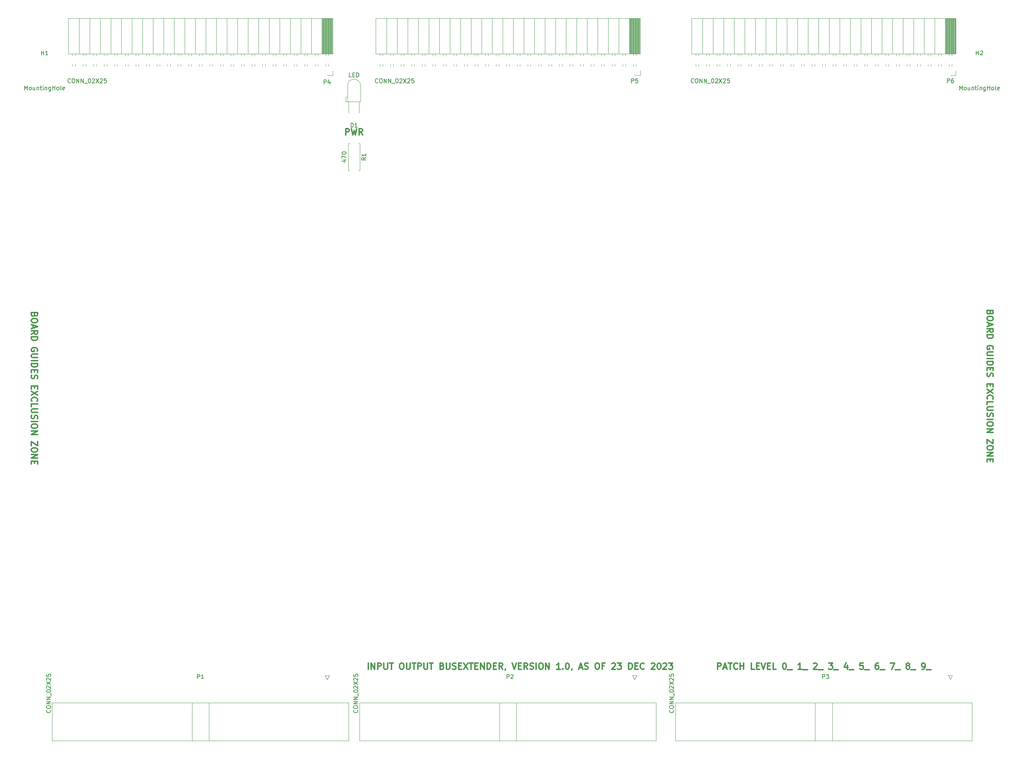
<source format=gbr>
%TF.GenerationSoftware,KiCad,Pcbnew,(6.0.11)*%
%TF.CreationDate,2023-12-23T11:48:24-05:00*%
%TF.ProjectId,input-output.BusExtender,696e7075-742d-46f7-9574-7075742e4275,rev?*%
%TF.SameCoordinates,Original*%
%TF.FileFunction,Legend,Top*%
%TF.FilePolarity,Positive*%
%FSLAX46Y46*%
G04 Gerber Fmt 4.6, Leading zero omitted, Abs format (unit mm)*
G04 Created by KiCad (PCBNEW (6.0.11)) date 2023-12-23 11:48:24*
%MOMM*%
%LPD*%
G01*
G04 APERTURE LIST*
%ADD10C,0.300000*%
%ADD11C,0.150000*%
%ADD12C,0.120000*%
G04 APERTURE END LIST*
D10*
X267607142Y-133285714D02*
X267535714Y-133500000D01*
X267464285Y-133571428D01*
X267321428Y-133642857D01*
X267107142Y-133642857D01*
X266964285Y-133571428D01*
X266892857Y-133500000D01*
X266821428Y-133357142D01*
X266821428Y-132785714D01*
X268321428Y-132785714D01*
X268321428Y-133285714D01*
X268250000Y-133428571D01*
X268178571Y-133500000D01*
X268035714Y-133571428D01*
X267892857Y-133571428D01*
X267750000Y-133500000D01*
X267678571Y-133428571D01*
X267607142Y-133285714D01*
X267607142Y-132785714D01*
X268321428Y-134571428D02*
X268321428Y-134857142D01*
X268250000Y-135000000D01*
X268107142Y-135142857D01*
X267821428Y-135214285D01*
X267321428Y-135214285D01*
X267035714Y-135142857D01*
X266892857Y-135000000D01*
X266821428Y-134857142D01*
X266821428Y-134571428D01*
X266892857Y-134428571D01*
X267035714Y-134285714D01*
X267321428Y-134214285D01*
X267821428Y-134214285D01*
X268107142Y-134285714D01*
X268250000Y-134428571D01*
X268321428Y-134571428D01*
X267250000Y-135785714D02*
X267250000Y-136500000D01*
X266821428Y-135642857D02*
X268321428Y-136142857D01*
X266821428Y-136642857D01*
X266821428Y-138000000D02*
X267535714Y-137500000D01*
X266821428Y-137142857D02*
X268321428Y-137142857D01*
X268321428Y-137714285D01*
X268250000Y-137857142D01*
X268178571Y-137928571D01*
X268035714Y-138000000D01*
X267821428Y-138000000D01*
X267678571Y-137928571D01*
X267607142Y-137857142D01*
X267535714Y-137714285D01*
X267535714Y-137142857D01*
X266821428Y-138642857D02*
X268321428Y-138642857D01*
X268321428Y-139000000D01*
X268250000Y-139214285D01*
X268107142Y-139357142D01*
X267964285Y-139428571D01*
X267678571Y-139500000D01*
X267464285Y-139500000D01*
X267178571Y-139428571D01*
X267035714Y-139357142D01*
X266892857Y-139214285D01*
X266821428Y-139000000D01*
X266821428Y-138642857D01*
X268250000Y-142071428D02*
X268321428Y-141928571D01*
X268321428Y-141714285D01*
X268250000Y-141500000D01*
X268107142Y-141357142D01*
X267964285Y-141285714D01*
X267678571Y-141214285D01*
X267464285Y-141214285D01*
X267178571Y-141285714D01*
X267035714Y-141357142D01*
X266892857Y-141500000D01*
X266821428Y-141714285D01*
X266821428Y-141857142D01*
X266892857Y-142071428D01*
X266964285Y-142142857D01*
X267464285Y-142142857D01*
X267464285Y-141857142D01*
X268321428Y-142785714D02*
X267107142Y-142785714D01*
X266964285Y-142857142D01*
X266892857Y-142928571D01*
X266821428Y-143071428D01*
X266821428Y-143357142D01*
X266892857Y-143500000D01*
X266964285Y-143571428D01*
X267107142Y-143642857D01*
X268321428Y-143642857D01*
X266821428Y-144357142D02*
X268321428Y-144357142D01*
X266821428Y-145071428D02*
X268321428Y-145071428D01*
X268321428Y-145428571D01*
X268250000Y-145642857D01*
X268107142Y-145785714D01*
X267964285Y-145857142D01*
X267678571Y-145928571D01*
X267464285Y-145928571D01*
X267178571Y-145857142D01*
X267035714Y-145785714D01*
X266892857Y-145642857D01*
X266821428Y-145428571D01*
X266821428Y-145071428D01*
X267607142Y-146571428D02*
X267607142Y-147071428D01*
X266821428Y-147285714D02*
X266821428Y-146571428D01*
X268321428Y-146571428D01*
X268321428Y-147285714D01*
X266892857Y-147857142D02*
X266821428Y-148071428D01*
X266821428Y-148428571D01*
X266892857Y-148571428D01*
X266964285Y-148642857D01*
X267107142Y-148714285D01*
X267250000Y-148714285D01*
X267392857Y-148642857D01*
X267464285Y-148571428D01*
X267535714Y-148428571D01*
X267607142Y-148142857D01*
X267678571Y-148000000D01*
X267750000Y-147928571D01*
X267892857Y-147857142D01*
X268035714Y-147857142D01*
X268178571Y-147928571D01*
X268250000Y-148000000D01*
X268321428Y-148142857D01*
X268321428Y-148500000D01*
X268250000Y-148714285D01*
X267607142Y-150500000D02*
X267607142Y-151000000D01*
X266821428Y-151214285D02*
X266821428Y-150500000D01*
X268321428Y-150500000D01*
X268321428Y-151214285D01*
X268321428Y-151714285D02*
X266821428Y-152714285D01*
X268321428Y-152714285D02*
X266821428Y-151714285D01*
X266964285Y-154142857D02*
X266892857Y-154071428D01*
X266821428Y-153857142D01*
X266821428Y-153714285D01*
X266892857Y-153500000D01*
X267035714Y-153357142D01*
X267178571Y-153285714D01*
X267464285Y-153214285D01*
X267678571Y-153214285D01*
X267964285Y-153285714D01*
X268107142Y-153357142D01*
X268250000Y-153500000D01*
X268321428Y-153714285D01*
X268321428Y-153857142D01*
X268250000Y-154071428D01*
X268178571Y-154142857D01*
X266821428Y-155500000D02*
X266821428Y-154785714D01*
X268321428Y-154785714D01*
X268321428Y-156000000D02*
X267107142Y-156000000D01*
X266964285Y-156071428D01*
X266892857Y-156142857D01*
X266821428Y-156285714D01*
X266821428Y-156571428D01*
X266892857Y-156714285D01*
X266964285Y-156785714D01*
X267107142Y-156857142D01*
X268321428Y-156857142D01*
X266892857Y-157500000D02*
X266821428Y-157714285D01*
X266821428Y-158071428D01*
X266892857Y-158214285D01*
X266964285Y-158285714D01*
X267107142Y-158357142D01*
X267250000Y-158357142D01*
X267392857Y-158285714D01*
X267464285Y-158214285D01*
X267535714Y-158071428D01*
X267607142Y-157785714D01*
X267678571Y-157642857D01*
X267750000Y-157571428D01*
X267892857Y-157500000D01*
X268035714Y-157500000D01*
X268178571Y-157571428D01*
X268250000Y-157642857D01*
X268321428Y-157785714D01*
X268321428Y-158142857D01*
X268250000Y-158357142D01*
X266821428Y-159000000D02*
X268321428Y-159000000D01*
X268321428Y-160000000D02*
X268321428Y-160285714D01*
X268250000Y-160428571D01*
X268107142Y-160571428D01*
X267821428Y-160642857D01*
X267321428Y-160642857D01*
X267035714Y-160571428D01*
X266892857Y-160428571D01*
X266821428Y-160285714D01*
X266821428Y-160000000D01*
X266892857Y-159857142D01*
X267035714Y-159714285D01*
X267321428Y-159642857D01*
X267821428Y-159642857D01*
X268107142Y-159714285D01*
X268250000Y-159857142D01*
X268321428Y-160000000D01*
X266821428Y-161285714D02*
X268321428Y-161285714D01*
X266821428Y-162142857D01*
X268321428Y-162142857D01*
X268321428Y-163857142D02*
X268321428Y-164857142D01*
X266821428Y-163857142D01*
X266821428Y-164857142D01*
X268321428Y-165714285D02*
X268321428Y-166000000D01*
X268250000Y-166142857D01*
X268107142Y-166285714D01*
X267821428Y-166357142D01*
X267321428Y-166357142D01*
X267035714Y-166285714D01*
X266892857Y-166142857D01*
X266821428Y-166000000D01*
X266821428Y-165714285D01*
X266892857Y-165571428D01*
X267035714Y-165428571D01*
X267321428Y-165357142D01*
X267821428Y-165357142D01*
X268107142Y-165428571D01*
X268250000Y-165571428D01*
X268321428Y-165714285D01*
X266821428Y-167000000D02*
X268321428Y-167000000D01*
X266821428Y-167857142D01*
X268321428Y-167857142D01*
X267607142Y-168571428D02*
X267607142Y-169071428D01*
X266821428Y-169285714D02*
X266821428Y-168571428D01*
X268321428Y-168571428D01*
X268321428Y-169285714D01*
X37607142Y-133785714D02*
X37535714Y-134000000D01*
X37464285Y-134071428D01*
X37321428Y-134142857D01*
X37107142Y-134142857D01*
X36964285Y-134071428D01*
X36892857Y-134000000D01*
X36821428Y-133857142D01*
X36821428Y-133285714D01*
X38321428Y-133285714D01*
X38321428Y-133785714D01*
X38250000Y-133928571D01*
X38178571Y-134000000D01*
X38035714Y-134071428D01*
X37892857Y-134071428D01*
X37750000Y-134000000D01*
X37678571Y-133928571D01*
X37607142Y-133785714D01*
X37607142Y-133285714D01*
X38321428Y-135071428D02*
X38321428Y-135357142D01*
X38250000Y-135500000D01*
X38107142Y-135642857D01*
X37821428Y-135714285D01*
X37321428Y-135714285D01*
X37035714Y-135642857D01*
X36892857Y-135500000D01*
X36821428Y-135357142D01*
X36821428Y-135071428D01*
X36892857Y-134928571D01*
X37035714Y-134785714D01*
X37321428Y-134714285D01*
X37821428Y-134714285D01*
X38107142Y-134785714D01*
X38250000Y-134928571D01*
X38321428Y-135071428D01*
X37250000Y-136285714D02*
X37250000Y-137000000D01*
X36821428Y-136142857D02*
X38321428Y-136642857D01*
X36821428Y-137142857D01*
X36821428Y-138500000D02*
X37535714Y-138000000D01*
X36821428Y-137642857D02*
X38321428Y-137642857D01*
X38321428Y-138214285D01*
X38250000Y-138357142D01*
X38178571Y-138428571D01*
X38035714Y-138500000D01*
X37821428Y-138500000D01*
X37678571Y-138428571D01*
X37607142Y-138357142D01*
X37535714Y-138214285D01*
X37535714Y-137642857D01*
X36821428Y-139142857D02*
X38321428Y-139142857D01*
X38321428Y-139500000D01*
X38250000Y-139714285D01*
X38107142Y-139857142D01*
X37964285Y-139928571D01*
X37678571Y-140000000D01*
X37464285Y-140000000D01*
X37178571Y-139928571D01*
X37035714Y-139857142D01*
X36892857Y-139714285D01*
X36821428Y-139500000D01*
X36821428Y-139142857D01*
X38250000Y-142571428D02*
X38321428Y-142428571D01*
X38321428Y-142214285D01*
X38250000Y-142000000D01*
X38107142Y-141857142D01*
X37964285Y-141785714D01*
X37678571Y-141714285D01*
X37464285Y-141714285D01*
X37178571Y-141785714D01*
X37035714Y-141857142D01*
X36892857Y-142000000D01*
X36821428Y-142214285D01*
X36821428Y-142357142D01*
X36892857Y-142571428D01*
X36964285Y-142642857D01*
X37464285Y-142642857D01*
X37464285Y-142357142D01*
X38321428Y-143285714D02*
X37107142Y-143285714D01*
X36964285Y-143357142D01*
X36892857Y-143428571D01*
X36821428Y-143571428D01*
X36821428Y-143857142D01*
X36892857Y-144000000D01*
X36964285Y-144071428D01*
X37107142Y-144142857D01*
X38321428Y-144142857D01*
X36821428Y-144857142D02*
X38321428Y-144857142D01*
X36821428Y-145571428D02*
X38321428Y-145571428D01*
X38321428Y-145928571D01*
X38250000Y-146142857D01*
X38107142Y-146285714D01*
X37964285Y-146357142D01*
X37678571Y-146428571D01*
X37464285Y-146428571D01*
X37178571Y-146357142D01*
X37035714Y-146285714D01*
X36892857Y-146142857D01*
X36821428Y-145928571D01*
X36821428Y-145571428D01*
X37607142Y-147071428D02*
X37607142Y-147571428D01*
X36821428Y-147785714D02*
X36821428Y-147071428D01*
X38321428Y-147071428D01*
X38321428Y-147785714D01*
X36892857Y-148357142D02*
X36821428Y-148571428D01*
X36821428Y-148928571D01*
X36892857Y-149071428D01*
X36964285Y-149142857D01*
X37107142Y-149214285D01*
X37250000Y-149214285D01*
X37392857Y-149142857D01*
X37464285Y-149071428D01*
X37535714Y-148928571D01*
X37607142Y-148642857D01*
X37678571Y-148500000D01*
X37750000Y-148428571D01*
X37892857Y-148357142D01*
X38035714Y-148357142D01*
X38178571Y-148428571D01*
X38250000Y-148500000D01*
X38321428Y-148642857D01*
X38321428Y-149000000D01*
X38250000Y-149214285D01*
X37607142Y-151000000D02*
X37607142Y-151500000D01*
X36821428Y-151714285D02*
X36821428Y-151000000D01*
X38321428Y-151000000D01*
X38321428Y-151714285D01*
X38321428Y-152214285D02*
X36821428Y-153214285D01*
X38321428Y-153214285D02*
X36821428Y-152214285D01*
X36964285Y-154642857D02*
X36892857Y-154571428D01*
X36821428Y-154357142D01*
X36821428Y-154214285D01*
X36892857Y-154000000D01*
X37035714Y-153857142D01*
X37178571Y-153785714D01*
X37464285Y-153714285D01*
X37678571Y-153714285D01*
X37964285Y-153785714D01*
X38107142Y-153857142D01*
X38250000Y-154000000D01*
X38321428Y-154214285D01*
X38321428Y-154357142D01*
X38250000Y-154571428D01*
X38178571Y-154642857D01*
X36821428Y-156000000D02*
X36821428Y-155285714D01*
X38321428Y-155285714D01*
X38321428Y-156500000D02*
X37107142Y-156500000D01*
X36964285Y-156571428D01*
X36892857Y-156642857D01*
X36821428Y-156785714D01*
X36821428Y-157071428D01*
X36892857Y-157214285D01*
X36964285Y-157285714D01*
X37107142Y-157357142D01*
X38321428Y-157357142D01*
X36892857Y-158000000D02*
X36821428Y-158214285D01*
X36821428Y-158571428D01*
X36892857Y-158714285D01*
X36964285Y-158785714D01*
X37107142Y-158857142D01*
X37250000Y-158857142D01*
X37392857Y-158785714D01*
X37464285Y-158714285D01*
X37535714Y-158571428D01*
X37607142Y-158285714D01*
X37678571Y-158142857D01*
X37750000Y-158071428D01*
X37892857Y-158000000D01*
X38035714Y-158000000D01*
X38178571Y-158071428D01*
X38250000Y-158142857D01*
X38321428Y-158285714D01*
X38321428Y-158642857D01*
X38250000Y-158857142D01*
X36821428Y-159500000D02*
X38321428Y-159500000D01*
X38321428Y-160500000D02*
X38321428Y-160785714D01*
X38250000Y-160928571D01*
X38107142Y-161071428D01*
X37821428Y-161142857D01*
X37321428Y-161142857D01*
X37035714Y-161071428D01*
X36892857Y-160928571D01*
X36821428Y-160785714D01*
X36821428Y-160500000D01*
X36892857Y-160357142D01*
X37035714Y-160214285D01*
X37321428Y-160142857D01*
X37821428Y-160142857D01*
X38107142Y-160214285D01*
X38250000Y-160357142D01*
X38321428Y-160500000D01*
X36821428Y-161785714D02*
X38321428Y-161785714D01*
X36821428Y-162642857D01*
X38321428Y-162642857D01*
X38321428Y-164357142D02*
X38321428Y-165357142D01*
X36821428Y-164357142D01*
X36821428Y-165357142D01*
X38321428Y-166214285D02*
X38321428Y-166500000D01*
X38250000Y-166642857D01*
X38107142Y-166785714D01*
X37821428Y-166857142D01*
X37321428Y-166857142D01*
X37035714Y-166785714D01*
X36892857Y-166642857D01*
X36821428Y-166500000D01*
X36821428Y-166214285D01*
X36892857Y-166071428D01*
X37035714Y-165928571D01*
X37321428Y-165857142D01*
X37821428Y-165857142D01*
X38107142Y-165928571D01*
X38250000Y-166071428D01*
X38321428Y-166214285D01*
X36821428Y-167500000D02*
X38321428Y-167500000D01*
X36821428Y-168357142D01*
X38321428Y-168357142D01*
X37607142Y-169071428D02*
X37607142Y-169571428D01*
X36821428Y-169785714D02*
X36821428Y-169071428D01*
X38321428Y-169071428D01*
X38321428Y-169785714D01*
X117892857Y-219178571D02*
X117892857Y-217678571D01*
X118607142Y-219178571D02*
X118607142Y-217678571D01*
X119464285Y-219178571D01*
X119464285Y-217678571D01*
X120178571Y-219178571D02*
X120178571Y-217678571D01*
X120750000Y-217678571D01*
X120892857Y-217750000D01*
X120964285Y-217821428D01*
X121035714Y-217964285D01*
X121035714Y-218178571D01*
X120964285Y-218321428D01*
X120892857Y-218392857D01*
X120750000Y-218464285D01*
X120178571Y-218464285D01*
X121678571Y-217678571D02*
X121678571Y-218892857D01*
X121750000Y-219035714D01*
X121821428Y-219107142D01*
X121964285Y-219178571D01*
X122250000Y-219178571D01*
X122392857Y-219107142D01*
X122464285Y-219035714D01*
X122535714Y-218892857D01*
X122535714Y-217678571D01*
X123035714Y-217678571D02*
X123892857Y-217678571D01*
X123464285Y-219178571D02*
X123464285Y-217678571D01*
X125821428Y-217678571D02*
X126107142Y-217678571D01*
X126250000Y-217750000D01*
X126392857Y-217892857D01*
X126464285Y-218178571D01*
X126464285Y-218678571D01*
X126392857Y-218964285D01*
X126250000Y-219107142D01*
X126107142Y-219178571D01*
X125821428Y-219178571D01*
X125678571Y-219107142D01*
X125535714Y-218964285D01*
X125464285Y-218678571D01*
X125464285Y-218178571D01*
X125535714Y-217892857D01*
X125678571Y-217750000D01*
X125821428Y-217678571D01*
X127107142Y-217678571D02*
X127107142Y-218892857D01*
X127178571Y-219035714D01*
X127250000Y-219107142D01*
X127392857Y-219178571D01*
X127678571Y-219178571D01*
X127821428Y-219107142D01*
X127892857Y-219035714D01*
X127964285Y-218892857D01*
X127964285Y-217678571D01*
X128464285Y-217678571D02*
X129321428Y-217678571D01*
X128892857Y-219178571D02*
X128892857Y-217678571D01*
X129821428Y-219178571D02*
X129821428Y-217678571D01*
X130392857Y-217678571D01*
X130535714Y-217750000D01*
X130607142Y-217821428D01*
X130678571Y-217964285D01*
X130678571Y-218178571D01*
X130607142Y-218321428D01*
X130535714Y-218392857D01*
X130392857Y-218464285D01*
X129821428Y-218464285D01*
X131321428Y-217678571D02*
X131321428Y-218892857D01*
X131392857Y-219035714D01*
X131464285Y-219107142D01*
X131607142Y-219178571D01*
X131892857Y-219178571D01*
X132035714Y-219107142D01*
X132107142Y-219035714D01*
X132178571Y-218892857D01*
X132178571Y-217678571D01*
X132678571Y-217678571D02*
X133535714Y-217678571D01*
X133107142Y-219178571D02*
X133107142Y-217678571D01*
X135678571Y-218392857D02*
X135892857Y-218464285D01*
X135964285Y-218535714D01*
X136035714Y-218678571D01*
X136035714Y-218892857D01*
X135964285Y-219035714D01*
X135892857Y-219107142D01*
X135750000Y-219178571D01*
X135178571Y-219178571D01*
X135178571Y-217678571D01*
X135678571Y-217678571D01*
X135821428Y-217750000D01*
X135892857Y-217821428D01*
X135964285Y-217964285D01*
X135964285Y-218107142D01*
X135892857Y-218250000D01*
X135821428Y-218321428D01*
X135678571Y-218392857D01*
X135178571Y-218392857D01*
X136678571Y-217678571D02*
X136678571Y-218892857D01*
X136750000Y-219035714D01*
X136821428Y-219107142D01*
X136964285Y-219178571D01*
X137250000Y-219178571D01*
X137392857Y-219107142D01*
X137464285Y-219035714D01*
X137535714Y-218892857D01*
X137535714Y-217678571D01*
X138178571Y-219107142D02*
X138392857Y-219178571D01*
X138750000Y-219178571D01*
X138892857Y-219107142D01*
X138964285Y-219035714D01*
X139035714Y-218892857D01*
X139035714Y-218750000D01*
X138964285Y-218607142D01*
X138892857Y-218535714D01*
X138750000Y-218464285D01*
X138464285Y-218392857D01*
X138321428Y-218321428D01*
X138250000Y-218250000D01*
X138178571Y-218107142D01*
X138178571Y-217964285D01*
X138250000Y-217821428D01*
X138321428Y-217750000D01*
X138464285Y-217678571D01*
X138821428Y-217678571D01*
X139035714Y-217750000D01*
X139678571Y-218392857D02*
X140178571Y-218392857D01*
X140392857Y-219178571D02*
X139678571Y-219178571D01*
X139678571Y-217678571D01*
X140392857Y-217678571D01*
X140892857Y-217678571D02*
X141892857Y-219178571D01*
X141892857Y-217678571D02*
X140892857Y-219178571D01*
X142250000Y-217678571D02*
X143107142Y-217678571D01*
X142678571Y-219178571D02*
X142678571Y-217678571D01*
X143607142Y-218392857D02*
X144107142Y-218392857D01*
X144321428Y-219178571D02*
X143607142Y-219178571D01*
X143607142Y-217678571D01*
X144321428Y-217678571D01*
X144964285Y-219178571D02*
X144964285Y-217678571D01*
X145821428Y-219178571D01*
X145821428Y-217678571D01*
X146535714Y-219178571D02*
X146535714Y-217678571D01*
X146892857Y-217678571D01*
X147107142Y-217750000D01*
X147250000Y-217892857D01*
X147321428Y-218035714D01*
X147392857Y-218321428D01*
X147392857Y-218535714D01*
X147321428Y-218821428D01*
X147250000Y-218964285D01*
X147107142Y-219107142D01*
X146892857Y-219178571D01*
X146535714Y-219178571D01*
X148035714Y-218392857D02*
X148535714Y-218392857D01*
X148750000Y-219178571D02*
X148035714Y-219178571D01*
X148035714Y-217678571D01*
X148750000Y-217678571D01*
X150250000Y-219178571D02*
X149750000Y-218464285D01*
X149392857Y-219178571D02*
X149392857Y-217678571D01*
X149964285Y-217678571D01*
X150107142Y-217750000D01*
X150178571Y-217821428D01*
X150250000Y-217964285D01*
X150250000Y-218178571D01*
X150178571Y-218321428D01*
X150107142Y-218392857D01*
X149964285Y-218464285D01*
X149392857Y-218464285D01*
X150964285Y-219107142D02*
X150964285Y-219178571D01*
X150892857Y-219321428D01*
X150821428Y-219392857D01*
X152535714Y-217678571D02*
X153035714Y-219178571D01*
X153535714Y-217678571D01*
X154035714Y-218392857D02*
X154535714Y-218392857D01*
X154750000Y-219178571D02*
X154035714Y-219178571D01*
X154035714Y-217678571D01*
X154750000Y-217678571D01*
X156250000Y-219178571D02*
X155750000Y-218464285D01*
X155392857Y-219178571D02*
X155392857Y-217678571D01*
X155964285Y-217678571D01*
X156107142Y-217750000D01*
X156178571Y-217821428D01*
X156250000Y-217964285D01*
X156250000Y-218178571D01*
X156178571Y-218321428D01*
X156107142Y-218392857D01*
X155964285Y-218464285D01*
X155392857Y-218464285D01*
X156821428Y-219107142D02*
X157035714Y-219178571D01*
X157392857Y-219178571D01*
X157535714Y-219107142D01*
X157607142Y-219035714D01*
X157678571Y-218892857D01*
X157678571Y-218750000D01*
X157607142Y-218607142D01*
X157535714Y-218535714D01*
X157392857Y-218464285D01*
X157107142Y-218392857D01*
X156964285Y-218321428D01*
X156892857Y-218250000D01*
X156821428Y-218107142D01*
X156821428Y-217964285D01*
X156892857Y-217821428D01*
X156964285Y-217750000D01*
X157107142Y-217678571D01*
X157464285Y-217678571D01*
X157678571Y-217750000D01*
X158321428Y-219178571D02*
X158321428Y-217678571D01*
X159321428Y-217678571D02*
X159607142Y-217678571D01*
X159750000Y-217750000D01*
X159892857Y-217892857D01*
X159964285Y-218178571D01*
X159964285Y-218678571D01*
X159892857Y-218964285D01*
X159750000Y-219107142D01*
X159607142Y-219178571D01*
X159321428Y-219178571D01*
X159178571Y-219107142D01*
X159035714Y-218964285D01*
X158964285Y-218678571D01*
X158964285Y-218178571D01*
X159035714Y-217892857D01*
X159178571Y-217750000D01*
X159321428Y-217678571D01*
X160607142Y-219178571D02*
X160607142Y-217678571D01*
X161464285Y-219178571D01*
X161464285Y-217678571D01*
X164107142Y-219178571D02*
X163250000Y-219178571D01*
X163678571Y-219178571D02*
X163678571Y-217678571D01*
X163535714Y-217892857D01*
X163392857Y-218035714D01*
X163250000Y-218107142D01*
X164750000Y-219035714D02*
X164821428Y-219107142D01*
X164750000Y-219178571D01*
X164678571Y-219107142D01*
X164750000Y-219035714D01*
X164750000Y-219178571D01*
X165750000Y-217678571D02*
X165892857Y-217678571D01*
X166035714Y-217750000D01*
X166107142Y-217821428D01*
X166178571Y-217964285D01*
X166250000Y-218250000D01*
X166250000Y-218607142D01*
X166178571Y-218892857D01*
X166107142Y-219035714D01*
X166035714Y-219107142D01*
X165892857Y-219178571D01*
X165750000Y-219178571D01*
X165607142Y-219107142D01*
X165535714Y-219035714D01*
X165464285Y-218892857D01*
X165392857Y-218607142D01*
X165392857Y-218250000D01*
X165464285Y-217964285D01*
X165535714Y-217821428D01*
X165607142Y-217750000D01*
X165750000Y-217678571D01*
X166964285Y-219107142D02*
X166964285Y-219178571D01*
X166892857Y-219321428D01*
X166821428Y-219392857D01*
X168678571Y-218750000D02*
X169392857Y-218750000D01*
X168535714Y-219178571D02*
X169035714Y-217678571D01*
X169535714Y-219178571D01*
X169964285Y-219107142D02*
X170178571Y-219178571D01*
X170535714Y-219178571D01*
X170678571Y-219107142D01*
X170750000Y-219035714D01*
X170821428Y-218892857D01*
X170821428Y-218750000D01*
X170750000Y-218607142D01*
X170678571Y-218535714D01*
X170535714Y-218464285D01*
X170250000Y-218392857D01*
X170107142Y-218321428D01*
X170035714Y-218250000D01*
X169964285Y-218107142D01*
X169964285Y-217964285D01*
X170035714Y-217821428D01*
X170107142Y-217750000D01*
X170250000Y-217678571D01*
X170607142Y-217678571D01*
X170821428Y-217750000D01*
X172892857Y-217678571D02*
X173178571Y-217678571D01*
X173321428Y-217750000D01*
X173464285Y-217892857D01*
X173535714Y-218178571D01*
X173535714Y-218678571D01*
X173464285Y-218964285D01*
X173321428Y-219107142D01*
X173178571Y-219178571D01*
X172892857Y-219178571D01*
X172750000Y-219107142D01*
X172607142Y-218964285D01*
X172535714Y-218678571D01*
X172535714Y-218178571D01*
X172607142Y-217892857D01*
X172750000Y-217750000D01*
X172892857Y-217678571D01*
X174678571Y-218392857D02*
X174178571Y-218392857D01*
X174178571Y-219178571D02*
X174178571Y-217678571D01*
X174892857Y-217678571D01*
X176535714Y-217821428D02*
X176607142Y-217750000D01*
X176750000Y-217678571D01*
X177107142Y-217678571D01*
X177250000Y-217750000D01*
X177321428Y-217821428D01*
X177392857Y-217964285D01*
X177392857Y-218107142D01*
X177321428Y-218321428D01*
X176464285Y-219178571D01*
X177392857Y-219178571D01*
X177892857Y-217678571D02*
X178821428Y-217678571D01*
X178321428Y-218250000D01*
X178535714Y-218250000D01*
X178678571Y-218321428D01*
X178750000Y-218392857D01*
X178821428Y-218535714D01*
X178821428Y-218892857D01*
X178750000Y-219035714D01*
X178678571Y-219107142D01*
X178535714Y-219178571D01*
X178107142Y-219178571D01*
X177964285Y-219107142D01*
X177892857Y-219035714D01*
X180607142Y-219178571D02*
X180607142Y-217678571D01*
X180964285Y-217678571D01*
X181178571Y-217750000D01*
X181321428Y-217892857D01*
X181392857Y-218035714D01*
X181464285Y-218321428D01*
X181464285Y-218535714D01*
X181392857Y-218821428D01*
X181321428Y-218964285D01*
X181178571Y-219107142D01*
X180964285Y-219178571D01*
X180607142Y-219178571D01*
X182107142Y-218392857D02*
X182607142Y-218392857D01*
X182821428Y-219178571D02*
X182107142Y-219178571D01*
X182107142Y-217678571D01*
X182821428Y-217678571D01*
X184321428Y-219035714D02*
X184250000Y-219107142D01*
X184035714Y-219178571D01*
X183892857Y-219178571D01*
X183678571Y-219107142D01*
X183535714Y-218964285D01*
X183464285Y-218821428D01*
X183392857Y-218535714D01*
X183392857Y-218321428D01*
X183464285Y-218035714D01*
X183535714Y-217892857D01*
X183678571Y-217750000D01*
X183892857Y-217678571D01*
X184035714Y-217678571D01*
X184250000Y-217750000D01*
X184321428Y-217821428D01*
X186035714Y-217821428D02*
X186107142Y-217750000D01*
X186250000Y-217678571D01*
X186607142Y-217678571D01*
X186750000Y-217750000D01*
X186821428Y-217821428D01*
X186892857Y-217964285D01*
X186892857Y-218107142D01*
X186821428Y-218321428D01*
X185964285Y-219178571D01*
X186892857Y-219178571D01*
X187821428Y-217678571D02*
X187964285Y-217678571D01*
X188107142Y-217750000D01*
X188178571Y-217821428D01*
X188250000Y-217964285D01*
X188321428Y-218250000D01*
X188321428Y-218607142D01*
X188250000Y-218892857D01*
X188178571Y-219035714D01*
X188107142Y-219107142D01*
X187964285Y-219178571D01*
X187821428Y-219178571D01*
X187678571Y-219107142D01*
X187607142Y-219035714D01*
X187535714Y-218892857D01*
X187464285Y-218607142D01*
X187464285Y-218250000D01*
X187535714Y-217964285D01*
X187607142Y-217821428D01*
X187678571Y-217750000D01*
X187821428Y-217678571D01*
X188892857Y-217821428D02*
X188964285Y-217750000D01*
X189107142Y-217678571D01*
X189464285Y-217678571D01*
X189607142Y-217750000D01*
X189678571Y-217821428D01*
X189750000Y-217964285D01*
X189750000Y-218107142D01*
X189678571Y-218321428D01*
X188821428Y-219178571D01*
X189750000Y-219178571D01*
X190250000Y-217678571D02*
X191178571Y-217678571D01*
X190678571Y-218250000D01*
X190892857Y-218250000D01*
X191035714Y-218321428D01*
X191107142Y-218392857D01*
X191178571Y-218535714D01*
X191178571Y-218892857D01*
X191107142Y-219035714D01*
X191035714Y-219107142D01*
X190892857Y-219178571D01*
X190464285Y-219178571D01*
X190321428Y-219107142D01*
X190250000Y-219035714D01*
X112500000Y-90488571D02*
X112500000Y-88988571D01*
X113071428Y-88988571D01*
X113214285Y-89060000D01*
X113285714Y-89131428D01*
X113357142Y-89274285D01*
X113357142Y-89488571D01*
X113285714Y-89631428D01*
X113214285Y-89702857D01*
X113071428Y-89774285D01*
X112500000Y-89774285D01*
X113857142Y-88988571D02*
X114214285Y-90488571D01*
X114500000Y-89417142D01*
X114785714Y-90488571D01*
X115142857Y-88988571D01*
X116571428Y-90488571D02*
X116071428Y-89774285D01*
X115714285Y-90488571D02*
X115714285Y-88988571D01*
X116285714Y-88988571D01*
X116428571Y-89060000D01*
X116500000Y-89131428D01*
X116571428Y-89274285D01*
X116571428Y-89488571D01*
X116500000Y-89631428D01*
X116428571Y-89702857D01*
X116285714Y-89774285D01*
X115714285Y-89774285D01*
X202000000Y-219178571D02*
X202000000Y-217678571D01*
X202571428Y-217678571D01*
X202714285Y-217750000D01*
X202785714Y-217821428D01*
X202857142Y-217964285D01*
X202857142Y-218178571D01*
X202785714Y-218321428D01*
X202714285Y-218392857D01*
X202571428Y-218464285D01*
X202000000Y-218464285D01*
X203428571Y-218750000D02*
X204142857Y-218750000D01*
X203285714Y-219178571D02*
X203785714Y-217678571D01*
X204285714Y-219178571D01*
X204571428Y-217678571D02*
X205428571Y-217678571D01*
X205000000Y-219178571D02*
X205000000Y-217678571D01*
X206785714Y-219035714D02*
X206714285Y-219107142D01*
X206500000Y-219178571D01*
X206357142Y-219178571D01*
X206142857Y-219107142D01*
X206000000Y-218964285D01*
X205928571Y-218821428D01*
X205857142Y-218535714D01*
X205857142Y-218321428D01*
X205928571Y-218035714D01*
X206000000Y-217892857D01*
X206142857Y-217750000D01*
X206357142Y-217678571D01*
X206500000Y-217678571D01*
X206714285Y-217750000D01*
X206785714Y-217821428D01*
X207428571Y-219178571D02*
X207428571Y-217678571D01*
X207428571Y-218392857D02*
X208285714Y-218392857D01*
X208285714Y-219178571D02*
X208285714Y-217678571D01*
X210857142Y-219178571D02*
X210142857Y-219178571D01*
X210142857Y-217678571D01*
X211357142Y-218392857D02*
X211857142Y-218392857D01*
X212071428Y-219178571D02*
X211357142Y-219178571D01*
X211357142Y-217678571D01*
X212071428Y-217678571D01*
X212500000Y-217678571D02*
X213000000Y-219178571D01*
X213500000Y-217678571D01*
X214000000Y-218392857D02*
X214500000Y-218392857D01*
X214714285Y-219178571D02*
X214000000Y-219178571D01*
X214000000Y-217678571D01*
X214714285Y-217678571D01*
X216071428Y-219178571D02*
X215357142Y-219178571D01*
X215357142Y-217678571D01*
X218000000Y-217678571D02*
X218142857Y-217678571D01*
X218285714Y-217750000D01*
X218357142Y-217821428D01*
X218428571Y-217964285D01*
X218500000Y-218250000D01*
X218500000Y-218607142D01*
X218428571Y-218892857D01*
X218357142Y-219035714D01*
X218285714Y-219107142D01*
X218142857Y-219178571D01*
X218000000Y-219178571D01*
X217857142Y-219107142D01*
X217785714Y-219035714D01*
X217714285Y-218892857D01*
X217642857Y-218607142D01*
X217642857Y-218250000D01*
X217714285Y-217964285D01*
X217785714Y-217821428D01*
X217857142Y-217750000D01*
X218000000Y-217678571D01*
X218785714Y-219321428D02*
X219928571Y-219321428D01*
X222214285Y-219178571D02*
X221357142Y-219178571D01*
X221785714Y-219178571D02*
X221785714Y-217678571D01*
X221642857Y-217892857D01*
X221500000Y-218035714D01*
X221357142Y-218107142D01*
X222500000Y-219321428D02*
X223642857Y-219321428D01*
X225071428Y-217821428D02*
X225142857Y-217750000D01*
X225285714Y-217678571D01*
X225642857Y-217678571D01*
X225785714Y-217750000D01*
X225857142Y-217821428D01*
X225928571Y-217964285D01*
X225928571Y-218107142D01*
X225857142Y-218321428D01*
X225000000Y-219178571D01*
X225928571Y-219178571D01*
X226214285Y-219321428D02*
X227357142Y-219321428D01*
X228714285Y-217678571D02*
X229642857Y-217678571D01*
X229142857Y-218250000D01*
X229357142Y-218250000D01*
X229500000Y-218321428D01*
X229571428Y-218392857D01*
X229642857Y-218535714D01*
X229642857Y-218892857D01*
X229571428Y-219035714D01*
X229500000Y-219107142D01*
X229357142Y-219178571D01*
X228928571Y-219178571D01*
X228785714Y-219107142D01*
X228714285Y-219035714D01*
X229928571Y-219321428D02*
X231071428Y-219321428D01*
X233214285Y-218178571D02*
X233214285Y-219178571D01*
X232857142Y-217607142D02*
X232500000Y-218678571D01*
X233428571Y-218678571D01*
X233642857Y-219321428D02*
X234785714Y-219321428D01*
X237000000Y-217678571D02*
X236285714Y-217678571D01*
X236214285Y-218392857D01*
X236285714Y-218321428D01*
X236428571Y-218250000D01*
X236785714Y-218250000D01*
X236928571Y-218321428D01*
X237000000Y-218392857D01*
X237071428Y-218535714D01*
X237071428Y-218892857D01*
X237000000Y-219035714D01*
X236928571Y-219107142D01*
X236785714Y-219178571D01*
X236428571Y-219178571D01*
X236285714Y-219107142D01*
X236214285Y-219035714D01*
X237357142Y-219321428D02*
X238499999Y-219321428D01*
X240642857Y-217678571D02*
X240357142Y-217678571D01*
X240214285Y-217750000D01*
X240142857Y-217821428D01*
X239999999Y-218035714D01*
X239928571Y-218321428D01*
X239928571Y-218892857D01*
X239999999Y-219035714D01*
X240071428Y-219107142D01*
X240214285Y-219178571D01*
X240499999Y-219178571D01*
X240642857Y-219107142D01*
X240714285Y-219035714D01*
X240785714Y-218892857D01*
X240785714Y-218535714D01*
X240714285Y-218392857D01*
X240642857Y-218321428D01*
X240499999Y-218250000D01*
X240214285Y-218250000D01*
X240071428Y-218321428D01*
X239999999Y-218392857D01*
X239928571Y-218535714D01*
X241071428Y-219321428D02*
X242214285Y-219321428D01*
X243571428Y-217678571D02*
X244571428Y-217678571D01*
X243928571Y-219178571D01*
X244785714Y-219321428D02*
X245928571Y-219321428D01*
X247642857Y-218321428D02*
X247499999Y-218250000D01*
X247428571Y-218178571D01*
X247357142Y-218035714D01*
X247357142Y-217964285D01*
X247428571Y-217821428D01*
X247499999Y-217750000D01*
X247642857Y-217678571D01*
X247928571Y-217678571D01*
X248071428Y-217750000D01*
X248142857Y-217821428D01*
X248214285Y-217964285D01*
X248214285Y-218035714D01*
X248142857Y-218178571D01*
X248071428Y-218250000D01*
X247928571Y-218321428D01*
X247642857Y-218321428D01*
X247499999Y-218392857D01*
X247428571Y-218464285D01*
X247357142Y-218607142D01*
X247357142Y-218892857D01*
X247428571Y-219035714D01*
X247499999Y-219107142D01*
X247642857Y-219178571D01*
X247928571Y-219178571D01*
X248071428Y-219107142D01*
X248142857Y-219035714D01*
X248214285Y-218892857D01*
X248214285Y-218607142D01*
X248142857Y-218464285D01*
X248071428Y-218392857D01*
X247928571Y-218321428D01*
X248499999Y-219321428D02*
X249642857Y-219321428D01*
X251214285Y-219178571D02*
X251499999Y-219178571D01*
X251642857Y-219107142D01*
X251714285Y-219035714D01*
X251857142Y-218821428D01*
X251928571Y-218535714D01*
X251928571Y-217964285D01*
X251857142Y-217821428D01*
X251785714Y-217750000D01*
X251642857Y-217678571D01*
X251357142Y-217678571D01*
X251214285Y-217750000D01*
X251142857Y-217821428D01*
X251071428Y-217964285D01*
X251071428Y-218321428D01*
X251142857Y-218464285D01*
X251214285Y-218535714D01*
X251357142Y-218607142D01*
X251642857Y-218607142D01*
X251785714Y-218535714D01*
X251857142Y-218464285D01*
X251928571Y-218321428D01*
X252214285Y-219321428D02*
X253357142Y-219321428D01*
D11*
%TO.C,H2*%
X264238095Y-71252380D02*
X264238095Y-70252380D01*
X264238095Y-70728571D02*
X264809523Y-70728571D01*
X264809523Y-71252380D02*
X264809523Y-70252380D01*
X265238095Y-70347619D02*
X265285714Y-70300000D01*
X265380952Y-70252380D01*
X265619047Y-70252380D01*
X265714285Y-70300000D01*
X265761904Y-70347619D01*
X265809523Y-70442857D01*
X265809523Y-70538095D01*
X265761904Y-70680952D01*
X265190476Y-71252380D01*
X265809523Y-71252380D01*
X260214285Y-79652380D02*
X260214285Y-78652380D01*
X260547619Y-79366666D01*
X260880952Y-78652380D01*
X260880952Y-79652380D01*
X261500000Y-79652380D02*
X261404761Y-79604761D01*
X261357142Y-79557142D01*
X261309523Y-79461904D01*
X261309523Y-79176190D01*
X261357142Y-79080952D01*
X261404761Y-79033333D01*
X261500000Y-78985714D01*
X261642857Y-78985714D01*
X261738095Y-79033333D01*
X261785714Y-79080952D01*
X261833333Y-79176190D01*
X261833333Y-79461904D01*
X261785714Y-79557142D01*
X261738095Y-79604761D01*
X261642857Y-79652380D01*
X261500000Y-79652380D01*
X262690476Y-78985714D02*
X262690476Y-79652380D01*
X262261904Y-78985714D02*
X262261904Y-79509523D01*
X262309523Y-79604761D01*
X262404761Y-79652380D01*
X262547619Y-79652380D01*
X262642857Y-79604761D01*
X262690476Y-79557142D01*
X263166666Y-78985714D02*
X263166666Y-79652380D01*
X263166666Y-79080952D02*
X263214285Y-79033333D01*
X263309523Y-78985714D01*
X263452380Y-78985714D01*
X263547619Y-79033333D01*
X263595238Y-79128571D01*
X263595238Y-79652380D01*
X263928571Y-78985714D02*
X264309523Y-78985714D01*
X264071428Y-78652380D02*
X264071428Y-79509523D01*
X264119047Y-79604761D01*
X264214285Y-79652380D01*
X264309523Y-79652380D01*
X264642857Y-79652380D02*
X264642857Y-78985714D01*
X264642857Y-78652380D02*
X264595238Y-78700000D01*
X264642857Y-78747619D01*
X264690476Y-78700000D01*
X264642857Y-78652380D01*
X264642857Y-78747619D01*
X265119047Y-78985714D02*
X265119047Y-79652380D01*
X265119047Y-79080952D02*
X265166666Y-79033333D01*
X265261904Y-78985714D01*
X265404761Y-78985714D01*
X265500000Y-79033333D01*
X265547619Y-79128571D01*
X265547619Y-79652380D01*
X266452380Y-78985714D02*
X266452380Y-79795238D01*
X266404761Y-79890476D01*
X266357142Y-79938095D01*
X266261904Y-79985714D01*
X266119047Y-79985714D01*
X266023809Y-79938095D01*
X266452380Y-79604761D02*
X266357142Y-79652380D01*
X266166666Y-79652380D01*
X266071428Y-79604761D01*
X266023809Y-79557142D01*
X265976190Y-79461904D01*
X265976190Y-79176190D01*
X266023809Y-79080952D01*
X266071428Y-79033333D01*
X266166666Y-78985714D01*
X266357142Y-78985714D01*
X266452380Y-79033333D01*
X266928571Y-79652380D02*
X266928571Y-78652380D01*
X266928571Y-79128571D02*
X267500000Y-79128571D01*
X267500000Y-79652380D02*
X267500000Y-78652380D01*
X268119047Y-79652380D02*
X268023809Y-79604761D01*
X267976190Y-79557142D01*
X267928571Y-79461904D01*
X267928571Y-79176190D01*
X267976190Y-79080952D01*
X268023809Y-79033333D01*
X268119047Y-78985714D01*
X268261904Y-78985714D01*
X268357142Y-79033333D01*
X268404761Y-79080952D01*
X268452380Y-79176190D01*
X268452380Y-79461904D01*
X268404761Y-79557142D01*
X268357142Y-79604761D01*
X268261904Y-79652380D01*
X268119047Y-79652380D01*
X269023809Y-79652380D02*
X268928571Y-79604761D01*
X268880952Y-79509523D01*
X268880952Y-78652380D01*
X269785714Y-79604761D02*
X269690476Y-79652380D01*
X269500000Y-79652380D01*
X269404761Y-79604761D01*
X269357142Y-79509523D01*
X269357142Y-79128571D01*
X269404761Y-79033333D01*
X269500000Y-78985714D01*
X269690476Y-78985714D01*
X269785714Y-79033333D01*
X269833333Y-79128571D01*
X269833333Y-79223809D01*
X269357142Y-79319047D01*
%TO.C,H1*%
X39238095Y-71252380D02*
X39238095Y-70252380D01*
X39238095Y-70728571D02*
X39809523Y-70728571D01*
X39809523Y-71252380D02*
X39809523Y-70252380D01*
X40809523Y-71252380D02*
X40238095Y-71252380D01*
X40523809Y-71252380D02*
X40523809Y-70252380D01*
X40428571Y-70395238D01*
X40333333Y-70490476D01*
X40238095Y-70538095D01*
X35214285Y-79652380D02*
X35214285Y-78652380D01*
X35547619Y-79366666D01*
X35880952Y-78652380D01*
X35880952Y-79652380D01*
X36500000Y-79652380D02*
X36404761Y-79604761D01*
X36357142Y-79557142D01*
X36309523Y-79461904D01*
X36309523Y-79176190D01*
X36357142Y-79080952D01*
X36404761Y-79033333D01*
X36500000Y-78985714D01*
X36642857Y-78985714D01*
X36738095Y-79033333D01*
X36785714Y-79080952D01*
X36833333Y-79176190D01*
X36833333Y-79461904D01*
X36785714Y-79557142D01*
X36738095Y-79604761D01*
X36642857Y-79652380D01*
X36500000Y-79652380D01*
X37690476Y-78985714D02*
X37690476Y-79652380D01*
X37261904Y-78985714D02*
X37261904Y-79509523D01*
X37309523Y-79604761D01*
X37404761Y-79652380D01*
X37547619Y-79652380D01*
X37642857Y-79604761D01*
X37690476Y-79557142D01*
X38166666Y-78985714D02*
X38166666Y-79652380D01*
X38166666Y-79080952D02*
X38214285Y-79033333D01*
X38309523Y-78985714D01*
X38452380Y-78985714D01*
X38547619Y-79033333D01*
X38595238Y-79128571D01*
X38595238Y-79652380D01*
X38928571Y-78985714D02*
X39309523Y-78985714D01*
X39071428Y-78652380D02*
X39071428Y-79509523D01*
X39119047Y-79604761D01*
X39214285Y-79652380D01*
X39309523Y-79652380D01*
X39642857Y-79652380D02*
X39642857Y-78985714D01*
X39642857Y-78652380D02*
X39595238Y-78700000D01*
X39642857Y-78747619D01*
X39690476Y-78700000D01*
X39642857Y-78652380D01*
X39642857Y-78747619D01*
X40119047Y-78985714D02*
X40119047Y-79652380D01*
X40119047Y-79080952D02*
X40166666Y-79033333D01*
X40261904Y-78985714D01*
X40404761Y-78985714D01*
X40500000Y-79033333D01*
X40547619Y-79128571D01*
X40547619Y-79652380D01*
X41452380Y-78985714D02*
X41452380Y-79795238D01*
X41404761Y-79890476D01*
X41357142Y-79938095D01*
X41261904Y-79985714D01*
X41119047Y-79985714D01*
X41023809Y-79938095D01*
X41452380Y-79604761D02*
X41357142Y-79652380D01*
X41166666Y-79652380D01*
X41071428Y-79604761D01*
X41023809Y-79557142D01*
X40976190Y-79461904D01*
X40976190Y-79176190D01*
X41023809Y-79080952D01*
X41071428Y-79033333D01*
X41166666Y-78985714D01*
X41357142Y-78985714D01*
X41452380Y-79033333D01*
X41928571Y-79652380D02*
X41928571Y-78652380D01*
X41928571Y-79128571D02*
X42500000Y-79128571D01*
X42500000Y-79652380D02*
X42500000Y-78652380D01*
X43119047Y-79652380D02*
X43023809Y-79604761D01*
X42976190Y-79557142D01*
X42928571Y-79461904D01*
X42928571Y-79176190D01*
X42976190Y-79080952D01*
X43023809Y-79033333D01*
X43119047Y-78985714D01*
X43261904Y-78985714D01*
X43357142Y-79033333D01*
X43404761Y-79080952D01*
X43452380Y-79176190D01*
X43452380Y-79461904D01*
X43404761Y-79557142D01*
X43357142Y-79604761D01*
X43261904Y-79652380D01*
X43119047Y-79652380D01*
X44023809Y-79652380D02*
X43928571Y-79604761D01*
X43880952Y-79509523D01*
X43880952Y-78652380D01*
X44785714Y-79604761D02*
X44690476Y-79652380D01*
X44500000Y-79652380D01*
X44404761Y-79604761D01*
X44357142Y-79509523D01*
X44357142Y-79128571D01*
X44404761Y-79033333D01*
X44500000Y-78985714D01*
X44690476Y-78985714D01*
X44785714Y-79033333D01*
X44833333Y-79128571D01*
X44833333Y-79223809D01*
X44357142Y-79319047D01*
%TO.C,P2*%
X115297142Y-229023809D02*
X115344761Y-229071428D01*
X115392380Y-229214285D01*
X115392380Y-229309523D01*
X115344761Y-229452380D01*
X115249523Y-229547619D01*
X115154285Y-229595238D01*
X114963809Y-229642857D01*
X114820952Y-229642857D01*
X114630476Y-229595238D01*
X114535238Y-229547619D01*
X114440000Y-229452380D01*
X114392380Y-229309523D01*
X114392380Y-229214285D01*
X114440000Y-229071428D01*
X114487619Y-229023809D01*
X114392380Y-228404761D02*
X114392380Y-228214285D01*
X114440000Y-228119047D01*
X114535238Y-228023809D01*
X114725714Y-227976190D01*
X115059047Y-227976190D01*
X115249523Y-228023809D01*
X115344761Y-228119047D01*
X115392380Y-228214285D01*
X115392380Y-228404761D01*
X115344761Y-228500000D01*
X115249523Y-228595238D01*
X115059047Y-228642857D01*
X114725714Y-228642857D01*
X114535238Y-228595238D01*
X114440000Y-228500000D01*
X114392380Y-228404761D01*
X115392380Y-227547619D02*
X114392380Y-227547619D01*
X115392380Y-226976190D01*
X114392380Y-226976190D01*
X115392380Y-226500000D02*
X114392380Y-226500000D01*
X115392380Y-225928571D01*
X114392380Y-225928571D01*
X115487619Y-225690476D02*
X115487619Y-224928571D01*
X114392380Y-224500000D02*
X114392380Y-224404761D01*
X114440000Y-224309523D01*
X114487619Y-224261904D01*
X114582857Y-224214285D01*
X114773333Y-224166666D01*
X115011428Y-224166666D01*
X115201904Y-224214285D01*
X115297142Y-224261904D01*
X115344761Y-224309523D01*
X115392380Y-224404761D01*
X115392380Y-224500000D01*
X115344761Y-224595238D01*
X115297142Y-224642857D01*
X115201904Y-224690476D01*
X115011428Y-224738095D01*
X114773333Y-224738095D01*
X114582857Y-224690476D01*
X114487619Y-224642857D01*
X114440000Y-224595238D01*
X114392380Y-224500000D01*
X114487619Y-223785714D02*
X114440000Y-223738095D01*
X114392380Y-223642857D01*
X114392380Y-223404761D01*
X114440000Y-223309523D01*
X114487619Y-223261904D01*
X114582857Y-223214285D01*
X114678095Y-223214285D01*
X114820952Y-223261904D01*
X115392380Y-223833333D01*
X115392380Y-223214285D01*
X114392380Y-222880952D02*
X115392380Y-222214285D01*
X114392380Y-222214285D02*
X115392380Y-222880952D01*
X114487619Y-221880952D02*
X114440000Y-221833333D01*
X114392380Y-221738095D01*
X114392380Y-221500000D01*
X114440000Y-221404761D01*
X114487619Y-221357142D01*
X114582857Y-221309523D01*
X114678095Y-221309523D01*
X114820952Y-221357142D01*
X115392380Y-221928571D01*
X115392380Y-221309523D01*
X114392380Y-220404761D02*
X114392380Y-220880952D01*
X114868571Y-220928571D01*
X114820952Y-220880952D01*
X114773333Y-220785714D01*
X114773333Y-220547619D01*
X114820952Y-220452380D01*
X114868571Y-220404761D01*
X114963809Y-220357142D01*
X115201904Y-220357142D01*
X115297142Y-220404761D01*
X115344761Y-220452380D01*
X115392380Y-220547619D01*
X115392380Y-220785714D01*
X115344761Y-220880952D01*
X115297142Y-220928571D01*
X151261904Y-221452380D02*
X151261904Y-220452380D01*
X151642857Y-220452380D01*
X151738095Y-220500000D01*
X151785714Y-220547619D01*
X151833333Y-220642857D01*
X151833333Y-220785714D01*
X151785714Y-220880952D01*
X151738095Y-220928571D01*
X151642857Y-220976190D01*
X151261904Y-220976190D01*
X152214285Y-220547619D02*
X152261904Y-220500000D01*
X152357142Y-220452380D01*
X152595238Y-220452380D01*
X152690476Y-220500000D01*
X152738095Y-220547619D01*
X152785714Y-220642857D01*
X152785714Y-220738095D01*
X152738095Y-220880952D01*
X152166666Y-221452380D01*
X152785714Y-221452380D01*
%TO.C,P3*%
X191297142Y-229023809D02*
X191344761Y-229071428D01*
X191392380Y-229214285D01*
X191392380Y-229309523D01*
X191344761Y-229452380D01*
X191249523Y-229547619D01*
X191154285Y-229595238D01*
X190963809Y-229642857D01*
X190820952Y-229642857D01*
X190630476Y-229595238D01*
X190535238Y-229547619D01*
X190440000Y-229452380D01*
X190392380Y-229309523D01*
X190392380Y-229214285D01*
X190440000Y-229071428D01*
X190487619Y-229023809D01*
X190392380Y-228404761D02*
X190392380Y-228214285D01*
X190440000Y-228119047D01*
X190535238Y-228023809D01*
X190725714Y-227976190D01*
X191059047Y-227976190D01*
X191249523Y-228023809D01*
X191344761Y-228119047D01*
X191392380Y-228214285D01*
X191392380Y-228404761D01*
X191344761Y-228500000D01*
X191249523Y-228595238D01*
X191059047Y-228642857D01*
X190725714Y-228642857D01*
X190535238Y-228595238D01*
X190440000Y-228500000D01*
X190392380Y-228404761D01*
X191392380Y-227547619D02*
X190392380Y-227547619D01*
X191392380Y-226976190D01*
X190392380Y-226976190D01*
X191392380Y-226500000D02*
X190392380Y-226500000D01*
X191392380Y-225928571D01*
X190392380Y-225928571D01*
X191487619Y-225690476D02*
X191487619Y-224928571D01*
X190392380Y-224500000D02*
X190392380Y-224404761D01*
X190440000Y-224309523D01*
X190487619Y-224261904D01*
X190582857Y-224214285D01*
X190773333Y-224166666D01*
X191011428Y-224166666D01*
X191201904Y-224214285D01*
X191297142Y-224261904D01*
X191344761Y-224309523D01*
X191392380Y-224404761D01*
X191392380Y-224500000D01*
X191344761Y-224595238D01*
X191297142Y-224642857D01*
X191201904Y-224690476D01*
X191011428Y-224738095D01*
X190773333Y-224738095D01*
X190582857Y-224690476D01*
X190487619Y-224642857D01*
X190440000Y-224595238D01*
X190392380Y-224500000D01*
X190487619Y-223785714D02*
X190440000Y-223738095D01*
X190392380Y-223642857D01*
X190392380Y-223404761D01*
X190440000Y-223309523D01*
X190487619Y-223261904D01*
X190582857Y-223214285D01*
X190678095Y-223214285D01*
X190820952Y-223261904D01*
X191392380Y-223833333D01*
X191392380Y-223214285D01*
X190392380Y-222880952D02*
X191392380Y-222214285D01*
X190392380Y-222214285D02*
X191392380Y-222880952D01*
X190487619Y-221880952D02*
X190440000Y-221833333D01*
X190392380Y-221738095D01*
X190392380Y-221500000D01*
X190440000Y-221404761D01*
X190487619Y-221357142D01*
X190582857Y-221309523D01*
X190678095Y-221309523D01*
X190820952Y-221357142D01*
X191392380Y-221928571D01*
X191392380Y-221309523D01*
X190392380Y-220404761D02*
X190392380Y-220880952D01*
X190868571Y-220928571D01*
X190820952Y-220880952D01*
X190773333Y-220785714D01*
X190773333Y-220547619D01*
X190820952Y-220452380D01*
X190868571Y-220404761D01*
X190963809Y-220357142D01*
X191201904Y-220357142D01*
X191297142Y-220404761D01*
X191344761Y-220452380D01*
X191392380Y-220547619D01*
X191392380Y-220785714D01*
X191344761Y-220880952D01*
X191297142Y-220928571D01*
X227261904Y-221452380D02*
X227261904Y-220452380D01*
X227642857Y-220452380D01*
X227738095Y-220500000D01*
X227785714Y-220547619D01*
X227833333Y-220642857D01*
X227833333Y-220785714D01*
X227785714Y-220880952D01*
X227738095Y-220928571D01*
X227642857Y-220976190D01*
X227261904Y-220976190D01*
X228166666Y-220452380D02*
X228785714Y-220452380D01*
X228452380Y-220833333D01*
X228595238Y-220833333D01*
X228690476Y-220880952D01*
X228738095Y-220928571D01*
X228785714Y-221023809D01*
X228785714Y-221261904D01*
X228738095Y-221357142D01*
X228690476Y-221404761D01*
X228595238Y-221452380D01*
X228309523Y-221452380D01*
X228214285Y-221404761D01*
X228166666Y-221357142D01*
%TO.C,P1*%
X41357142Y-229023809D02*
X41404761Y-229071428D01*
X41452380Y-229214285D01*
X41452380Y-229309523D01*
X41404761Y-229452380D01*
X41309523Y-229547619D01*
X41214285Y-229595238D01*
X41023809Y-229642857D01*
X40880952Y-229642857D01*
X40690476Y-229595238D01*
X40595238Y-229547619D01*
X40500000Y-229452380D01*
X40452380Y-229309523D01*
X40452380Y-229214285D01*
X40500000Y-229071428D01*
X40547619Y-229023809D01*
X40452380Y-228404761D02*
X40452380Y-228214285D01*
X40500000Y-228119047D01*
X40595238Y-228023809D01*
X40785714Y-227976190D01*
X41119047Y-227976190D01*
X41309523Y-228023809D01*
X41404761Y-228119047D01*
X41452380Y-228214285D01*
X41452380Y-228404761D01*
X41404761Y-228500000D01*
X41309523Y-228595238D01*
X41119047Y-228642857D01*
X40785714Y-228642857D01*
X40595238Y-228595238D01*
X40500000Y-228500000D01*
X40452380Y-228404761D01*
X41452380Y-227547619D02*
X40452380Y-227547619D01*
X41452380Y-226976190D01*
X40452380Y-226976190D01*
X41452380Y-226500000D02*
X40452380Y-226500000D01*
X41452380Y-225928571D01*
X40452380Y-225928571D01*
X41547619Y-225690476D02*
X41547619Y-224928571D01*
X40452380Y-224500000D02*
X40452380Y-224404761D01*
X40500000Y-224309523D01*
X40547619Y-224261904D01*
X40642857Y-224214285D01*
X40833333Y-224166666D01*
X41071428Y-224166666D01*
X41261904Y-224214285D01*
X41357142Y-224261904D01*
X41404761Y-224309523D01*
X41452380Y-224404761D01*
X41452380Y-224500000D01*
X41404761Y-224595238D01*
X41357142Y-224642857D01*
X41261904Y-224690476D01*
X41071428Y-224738095D01*
X40833333Y-224738095D01*
X40642857Y-224690476D01*
X40547619Y-224642857D01*
X40500000Y-224595238D01*
X40452380Y-224500000D01*
X40547619Y-223785714D02*
X40500000Y-223738095D01*
X40452380Y-223642857D01*
X40452380Y-223404761D01*
X40500000Y-223309523D01*
X40547619Y-223261904D01*
X40642857Y-223214285D01*
X40738095Y-223214285D01*
X40880952Y-223261904D01*
X41452380Y-223833333D01*
X41452380Y-223214285D01*
X40452380Y-222880952D02*
X41452380Y-222214285D01*
X40452380Y-222214285D02*
X41452380Y-222880952D01*
X40547619Y-221880952D02*
X40500000Y-221833333D01*
X40452380Y-221738095D01*
X40452380Y-221500000D01*
X40500000Y-221404761D01*
X40547619Y-221357142D01*
X40642857Y-221309523D01*
X40738095Y-221309523D01*
X40880952Y-221357142D01*
X41452380Y-221928571D01*
X41452380Y-221309523D01*
X40452380Y-220404761D02*
X40452380Y-220880952D01*
X40928571Y-220928571D01*
X40880952Y-220880952D01*
X40833333Y-220785714D01*
X40833333Y-220547619D01*
X40880952Y-220452380D01*
X40928571Y-220404761D01*
X41023809Y-220357142D01*
X41261904Y-220357142D01*
X41357142Y-220404761D01*
X41404761Y-220452380D01*
X41452380Y-220547619D01*
X41452380Y-220785714D01*
X41404761Y-220880952D01*
X41357142Y-220928571D01*
X76781904Y-221452380D02*
X76781904Y-220452380D01*
X77162857Y-220452380D01*
X77258095Y-220500000D01*
X77305714Y-220547619D01*
X77353333Y-220642857D01*
X77353333Y-220785714D01*
X77305714Y-220880952D01*
X77258095Y-220928571D01*
X77162857Y-220976190D01*
X76781904Y-220976190D01*
X78305714Y-221452380D02*
X77734285Y-221452380D01*
X78020000Y-221452380D02*
X78020000Y-220452380D01*
X77924761Y-220595238D01*
X77829523Y-220690476D01*
X77734285Y-220738095D01*
%TO.C,D1*%
X113741904Y-88662380D02*
X113741904Y-87662380D01*
X113980000Y-87662380D01*
X114122857Y-87710000D01*
X114218095Y-87805238D01*
X114265714Y-87900476D01*
X114313333Y-88090952D01*
X114313333Y-88233809D01*
X114265714Y-88424285D01*
X114218095Y-88519523D01*
X114122857Y-88614761D01*
X113980000Y-88662380D01*
X113741904Y-88662380D01*
X115265714Y-88662380D02*
X114694285Y-88662380D01*
X114980000Y-88662380D02*
X114980000Y-87662380D01*
X114884761Y-87805238D01*
X114789523Y-87900476D01*
X114694285Y-87948095D01*
X113837142Y-76532380D02*
X113360952Y-76532380D01*
X113360952Y-75532380D01*
X114170476Y-76008571D02*
X114503809Y-76008571D01*
X114646666Y-76532380D02*
X114170476Y-76532380D01*
X114170476Y-75532380D01*
X114646666Y-75532380D01*
X115075238Y-76532380D02*
X115075238Y-75532380D01*
X115313333Y-75532380D01*
X115456190Y-75580000D01*
X115551428Y-75675238D01*
X115599047Y-75770476D01*
X115646666Y-75960952D01*
X115646666Y-76103809D01*
X115599047Y-76294285D01*
X115551428Y-76389523D01*
X115456190Y-76484761D01*
X115313333Y-76532380D01*
X115075238Y-76532380D01*
%TO.C,P5*%
X181261904Y-77952380D02*
X181261904Y-76952380D01*
X181642857Y-76952380D01*
X181738095Y-77000000D01*
X181785714Y-77047619D01*
X181833333Y-77142857D01*
X181833333Y-77285714D01*
X181785714Y-77380952D01*
X181738095Y-77428571D01*
X181642857Y-77476190D01*
X181261904Y-77476190D01*
X182738095Y-76952380D02*
X182261904Y-76952380D01*
X182214285Y-77428571D01*
X182261904Y-77380952D01*
X182357142Y-77333333D01*
X182595238Y-77333333D01*
X182690476Y-77380952D01*
X182738095Y-77428571D01*
X182785714Y-77523809D01*
X182785714Y-77761904D01*
X182738095Y-77857142D01*
X182690476Y-77904761D01*
X182595238Y-77952380D01*
X182357142Y-77952380D01*
X182261904Y-77904761D01*
X182214285Y-77857142D01*
X120226190Y-77857142D02*
X120178571Y-77904761D01*
X120035714Y-77952380D01*
X119940476Y-77952380D01*
X119797619Y-77904761D01*
X119702380Y-77809523D01*
X119654761Y-77714285D01*
X119607142Y-77523809D01*
X119607142Y-77380952D01*
X119654761Y-77190476D01*
X119702380Y-77095238D01*
X119797619Y-77000000D01*
X119940476Y-76952380D01*
X120035714Y-76952380D01*
X120178571Y-77000000D01*
X120226190Y-77047619D01*
X120845238Y-76952380D02*
X121035714Y-76952380D01*
X121130952Y-77000000D01*
X121226190Y-77095238D01*
X121273809Y-77285714D01*
X121273809Y-77619047D01*
X121226190Y-77809523D01*
X121130952Y-77904761D01*
X121035714Y-77952380D01*
X120845238Y-77952380D01*
X120750000Y-77904761D01*
X120654761Y-77809523D01*
X120607142Y-77619047D01*
X120607142Y-77285714D01*
X120654761Y-77095238D01*
X120750000Y-77000000D01*
X120845238Y-76952380D01*
X121702380Y-77952380D02*
X121702380Y-76952380D01*
X122273809Y-77952380D01*
X122273809Y-76952380D01*
X122750000Y-77952380D02*
X122750000Y-76952380D01*
X123321428Y-77952380D01*
X123321428Y-76952380D01*
X123559523Y-78047619D02*
X124321428Y-78047619D01*
X124750000Y-76952380D02*
X124845238Y-76952380D01*
X124940476Y-77000000D01*
X124988095Y-77047619D01*
X125035714Y-77142857D01*
X125083333Y-77333333D01*
X125083333Y-77571428D01*
X125035714Y-77761904D01*
X124988095Y-77857142D01*
X124940476Y-77904761D01*
X124845238Y-77952380D01*
X124750000Y-77952380D01*
X124654761Y-77904761D01*
X124607142Y-77857142D01*
X124559523Y-77761904D01*
X124511904Y-77571428D01*
X124511904Y-77333333D01*
X124559523Y-77142857D01*
X124607142Y-77047619D01*
X124654761Y-77000000D01*
X124750000Y-76952380D01*
X125464285Y-77047619D02*
X125511904Y-77000000D01*
X125607142Y-76952380D01*
X125845238Y-76952380D01*
X125940476Y-77000000D01*
X125988095Y-77047619D01*
X126035714Y-77142857D01*
X126035714Y-77238095D01*
X125988095Y-77380952D01*
X125416666Y-77952380D01*
X126035714Y-77952380D01*
X126369047Y-76952380D02*
X127035714Y-77952380D01*
X127035714Y-76952380D02*
X126369047Y-77952380D01*
X127369047Y-77047619D02*
X127416666Y-77000000D01*
X127511904Y-76952380D01*
X127750000Y-76952380D01*
X127845238Y-77000000D01*
X127892857Y-77047619D01*
X127940476Y-77142857D01*
X127940476Y-77238095D01*
X127892857Y-77380952D01*
X127321428Y-77952380D01*
X127940476Y-77952380D01*
X128845238Y-76952380D02*
X128369047Y-76952380D01*
X128321428Y-77428571D01*
X128369047Y-77380952D01*
X128464285Y-77333333D01*
X128702380Y-77333333D01*
X128797619Y-77380952D01*
X128845238Y-77428571D01*
X128892857Y-77523809D01*
X128892857Y-77761904D01*
X128845238Y-77857142D01*
X128797619Y-77904761D01*
X128702380Y-77952380D01*
X128464285Y-77952380D01*
X128369047Y-77904761D01*
X128321428Y-77857142D01*
%TO.C,R1*%
X117322380Y-95976666D02*
X116846190Y-96310000D01*
X117322380Y-96548095D02*
X116322380Y-96548095D01*
X116322380Y-96167142D01*
X116370000Y-96071904D01*
X116417619Y-96024285D01*
X116512857Y-95976666D01*
X116655714Y-95976666D01*
X116750952Y-96024285D01*
X116798571Y-96071904D01*
X116846190Y-96167142D01*
X116846190Y-96548095D01*
X117322380Y-95024285D02*
X117322380Y-95595714D01*
X117322380Y-95310000D02*
X116322380Y-95310000D01*
X116465238Y-95405238D01*
X116560476Y-95500476D01*
X116608095Y-95595714D01*
X111915714Y-96571904D02*
X112582380Y-96571904D01*
X111534761Y-96810000D02*
X112249047Y-97048095D01*
X112249047Y-96429047D01*
X111582380Y-96143333D02*
X111582380Y-95476666D01*
X112582380Y-95905238D01*
X111582380Y-94905238D02*
X111582380Y-94810000D01*
X111630000Y-94714761D01*
X111677619Y-94667142D01*
X111772857Y-94619523D01*
X111963333Y-94571904D01*
X112201428Y-94571904D01*
X112391904Y-94619523D01*
X112487142Y-94667142D01*
X112534761Y-94714761D01*
X112582380Y-94810000D01*
X112582380Y-94905238D01*
X112534761Y-95000476D01*
X112487142Y-95048095D01*
X112391904Y-95095714D01*
X112201428Y-95143333D01*
X111963333Y-95143333D01*
X111772857Y-95095714D01*
X111677619Y-95048095D01*
X111630000Y-95000476D01*
X111582380Y-94905238D01*
%TO.C,P4*%
X107261904Y-78202380D02*
X107261904Y-77202380D01*
X107642857Y-77202380D01*
X107738095Y-77250000D01*
X107785714Y-77297619D01*
X107833333Y-77392857D01*
X107833333Y-77535714D01*
X107785714Y-77630952D01*
X107738095Y-77678571D01*
X107642857Y-77726190D01*
X107261904Y-77726190D01*
X108690476Y-77535714D02*
X108690476Y-78202380D01*
X108452380Y-77154761D02*
X108214285Y-77869047D01*
X108833333Y-77869047D01*
X46226190Y-77857142D02*
X46178571Y-77904761D01*
X46035714Y-77952380D01*
X45940476Y-77952380D01*
X45797619Y-77904761D01*
X45702380Y-77809523D01*
X45654761Y-77714285D01*
X45607142Y-77523809D01*
X45607142Y-77380952D01*
X45654761Y-77190476D01*
X45702380Y-77095238D01*
X45797619Y-77000000D01*
X45940476Y-76952380D01*
X46035714Y-76952380D01*
X46178571Y-77000000D01*
X46226190Y-77047619D01*
X46845238Y-76952380D02*
X47035714Y-76952380D01*
X47130952Y-77000000D01*
X47226190Y-77095238D01*
X47273809Y-77285714D01*
X47273809Y-77619047D01*
X47226190Y-77809523D01*
X47130952Y-77904761D01*
X47035714Y-77952380D01*
X46845238Y-77952380D01*
X46750000Y-77904761D01*
X46654761Y-77809523D01*
X46607142Y-77619047D01*
X46607142Y-77285714D01*
X46654761Y-77095238D01*
X46750000Y-77000000D01*
X46845238Y-76952380D01*
X47702380Y-77952380D02*
X47702380Y-76952380D01*
X48273809Y-77952380D01*
X48273809Y-76952380D01*
X48750000Y-77952380D02*
X48750000Y-76952380D01*
X49321428Y-77952380D01*
X49321428Y-76952380D01*
X49559523Y-78047619D02*
X50321428Y-78047619D01*
X50750000Y-76952380D02*
X50845238Y-76952380D01*
X50940476Y-77000000D01*
X50988095Y-77047619D01*
X51035714Y-77142857D01*
X51083333Y-77333333D01*
X51083333Y-77571428D01*
X51035714Y-77761904D01*
X50988095Y-77857142D01*
X50940476Y-77904761D01*
X50845238Y-77952380D01*
X50750000Y-77952380D01*
X50654761Y-77904761D01*
X50607142Y-77857142D01*
X50559523Y-77761904D01*
X50511904Y-77571428D01*
X50511904Y-77333333D01*
X50559523Y-77142857D01*
X50607142Y-77047619D01*
X50654761Y-77000000D01*
X50750000Y-76952380D01*
X51464285Y-77047619D02*
X51511904Y-77000000D01*
X51607142Y-76952380D01*
X51845238Y-76952380D01*
X51940476Y-77000000D01*
X51988095Y-77047619D01*
X52035714Y-77142857D01*
X52035714Y-77238095D01*
X51988095Y-77380952D01*
X51416666Y-77952380D01*
X52035714Y-77952380D01*
X52369047Y-76952380D02*
X53035714Y-77952380D01*
X53035714Y-76952380D02*
X52369047Y-77952380D01*
X53369047Y-77047619D02*
X53416666Y-77000000D01*
X53511904Y-76952380D01*
X53750000Y-76952380D01*
X53845238Y-77000000D01*
X53892857Y-77047619D01*
X53940476Y-77142857D01*
X53940476Y-77238095D01*
X53892857Y-77380952D01*
X53321428Y-77952380D01*
X53940476Y-77952380D01*
X54845238Y-76952380D02*
X54369047Y-76952380D01*
X54321428Y-77428571D01*
X54369047Y-77380952D01*
X54464285Y-77333333D01*
X54702380Y-77333333D01*
X54797619Y-77380952D01*
X54845238Y-77428571D01*
X54892857Y-77523809D01*
X54892857Y-77761904D01*
X54845238Y-77857142D01*
X54797619Y-77904761D01*
X54702380Y-77952380D01*
X54464285Y-77952380D01*
X54369047Y-77904761D01*
X54321428Y-77857142D01*
%TO.C,P6*%
X257261904Y-77952380D02*
X257261904Y-76952380D01*
X257642857Y-76952380D01*
X257738095Y-77000000D01*
X257785714Y-77047619D01*
X257833333Y-77142857D01*
X257833333Y-77285714D01*
X257785714Y-77380952D01*
X257738095Y-77428571D01*
X257642857Y-77476190D01*
X257261904Y-77476190D01*
X258690476Y-76952380D02*
X258500000Y-76952380D01*
X258404761Y-77000000D01*
X258357142Y-77047619D01*
X258261904Y-77190476D01*
X258214285Y-77380952D01*
X258214285Y-77761904D01*
X258261904Y-77857142D01*
X258309523Y-77904761D01*
X258404761Y-77952380D01*
X258595238Y-77952380D01*
X258690476Y-77904761D01*
X258738095Y-77857142D01*
X258785714Y-77761904D01*
X258785714Y-77523809D01*
X258738095Y-77428571D01*
X258690476Y-77380952D01*
X258595238Y-77333333D01*
X258404761Y-77333333D01*
X258309523Y-77380952D01*
X258261904Y-77428571D01*
X258214285Y-77523809D01*
X196226190Y-77857142D02*
X196178571Y-77904761D01*
X196035714Y-77952380D01*
X195940476Y-77952380D01*
X195797619Y-77904761D01*
X195702380Y-77809523D01*
X195654761Y-77714285D01*
X195607142Y-77523809D01*
X195607142Y-77380952D01*
X195654761Y-77190476D01*
X195702380Y-77095238D01*
X195797619Y-77000000D01*
X195940476Y-76952380D01*
X196035714Y-76952380D01*
X196178571Y-77000000D01*
X196226190Y-77047619D01*
X196845238Y-76952380D02*
X197035714Y-76952380D01*
X197130952Y-77000000D01*
X197226190Y-77095238D01*
X197273809Y-77285714D01*
X197273809Y-77619047D01*
X197226190Y-77809523D01*
X197130952Y-77904761D01*
X197035714Y-77952380D01*
X196845238Y-77952380D01*
X196750000Y-77904761D01*
X196654761Y-77809523D01*
X196607142Y-77619047D01*
X196607142Y-77285714D01*
X196654761Y-77095238D01*
X196750000Y-77000000D01*
X196845238Y-76952380D01*
X197702380Y-77952380D02*
X197702380Y-76952380D01*
X198273809Y-77952380D01*
X198273809Y-76952380D01*
X198750000Y-77952380D02*
X198750000Y-76952380D01*
X199321428Y-77952380D01*
X199321428Y-76952380D01*
X199559523Y-78047619D02*
X200321428Y-78047619D01*
X200750000Y-76952380D02*
X200845238Y-76952380D01*
X200940476Y-77000000D01*
X200988095Y-77047619D01*
X201035714Y-77142857D01*
X201083333Y-77333333D01*
X201083333Y-77571428D01*
X201035714Y-77761904D01*
X200988095Y-77857142D01*
X200940476Y-77904761D01*
X200845238Y-77952380D01*
X200750000Y-77952380D01*
X200654761Y-77904761D01*
X200607142Y-77857142D01*
X200559523Y-77761904D01*
X200511904Y-77571428D01*
X200511904Y-77333333D01*
X200559523Y-77142857D01*
X200607142Y-77047619D01*
X200654761Y-77000000D01*
X200750000Y-76952380D01*
X201464285Y-77047619D02*
X201511904Y-77000000D01*
X201607142Y-76952380D01*
X201845238Y-76952380D01*
X201940476Y-77000000D01*
X201988095Y-77047619D01*
X202035714Y-77142857D01*
X202035714Y-77238095D01*
X201988095Y-77380952D01*
X201416666Y-77952380D01*
X202035714Y-77952380D01*
X202369047Y-76952380D02*
X203035714Y-77952380D01*
X203035714Y-76952380D02*
X202369047Y-77952380D01*
X203369047Y-77047619D02*
X203416666Y-77000000D01*
X203511904Y-76952380D01*
X203750000Y-76952380D01*
X203845238Y-77000000D01*
X203892857Y-77047619D01*
X203940476Y-77142857D01*
X203940476Y-77238095D01*
X203892857Y-77380952D01*
X203321428Y-77952380D01*
X203940476Y-77952380D01*
X204845238Y-76952380D02*
X204369047Y-76952380D01*
X204321428Y-77428571D01*
X204369047Y-77380952D01*
X204464285Y-77333333D01*
X204702380Y-77333333D01*
X204797619Y-77380952D01*
X204845238Y-77428571D01*
X204892857Y-77523809D01*
X204892857Y-77761904D01*
X204845238Y-77857142D01*
X204797619Y-77904761D01*
X204702380Y-77952380D01*
X204464285Y-77952380D01*
X204369047Y-77904761D01*
X204321428Y-77857142D01*
D12*
%TO.C,P2*%
X153570000Y-227270000D02*
X153570000Y-236390000D01*
X182500000Y-220650000D02*
X181500000Y-220650000D01*
X115830000Y-227270000D02*
X187210000Y-227270000D01*
X115830000Y-236390000D02*
X115830000Y-227270000D01*
X181500000Y-220650000D02*
X182000000Y-221650000D01*
X149470000Y-227270000D02*
X149470000Y-236390000D01*
X187210000Y-227270000D02*
X187210000Y-236390000D01*
X182000000Y-221650000D02*
X182500000Y-220650000D01*
X187210000Y-236390000D02*
X115830000Y-236390000D01*
%TO.C,P3*%
X257500000Y-220650000D02*
X258000000Y-221650000D01*
X225470000Y-227270000D02*
X225470000Y-236390000D01*
X258000000Y-221650000D02*
X258500000Y-220650000D01*
X191830000Y-236390000D02*
X191830000Y-227270000D01*
X258500000Y-220650000D02*
X257500000Y-220650000D01*
X229570000Y-227270000D02*
X229570000Y-236390000D01*
X191830000Y-227270000D02*
X263210000Y-227270000D01*
X263210000Y-227270000D02*
X263210000Y-236390000D01*
X263210000Y-236390000D02*
X191830000Y-236390000D01*
%TO.C,P1*%
X113210000Y-236390000D02*
X41830000Y-236390000D01*
X108500000Y-220650000D02*
X107500000Y-220650000D01*
X41830000Y-227270000D02*
X113210000Y-227270000D01*
X79570000Y-227270000D02*
X79570000Y-236390000D01*
X108000000Y-221650000D02*
X108500000Y-220650000D01*
X75470000Y-227270000D02*
X75470000Y-236390000D01*
X113210000Y-227270000D02*
X113210000Y-236390000D01*
X41830000Y-236390000D02*
X41830000Y-227270000D01*
X107500000Y-220650000D02*
X108000000Y-221650000D01*
%TO.C,D1*%
X116040000Y-78640000D02*
G75*
G03*
X112920000Y-78640000I-1560000J0D01*
G01*
X113210000Y-85170000D02*
X113210000Y-82500000D01*
X113210000Y-85170000D02*
X113210000Y-85170000D01*
X112520000Y-81380000D02*
X112920000Y-81380000D01*
X115750000Y-82500000D02*
X115750000Y-82500000D01*
X112920000Y-82500000D02*
X112920000Y-78640000D01*
X116040000Y-82500000D02*
X116040000Y-78640000D01*
X115750000Y-85170000D02*
X115750000Y-85170000D01*
X112920000Y-81380000D02*
X112920000Y-82500000D01*
X112520000Y-82500000D02*
X112520000Y-81380000D01*
X115750000Y-82500000D02*
X115750000Y-85170000D01*
X115750000Y-85170000D02*
X115750000Y-82500000D01*
X113210000Y-82500000D02*
X113210000Y-82500000D01*
X112920000Y-82500000D02*
X112520000Y-82500000D01*
X116040000Y-82500000D02*
X112920000Y-82500000D01*
X113210000Y-82500000D02*
X113210000Y-85170000D01*
%TO.C,P5*%
X179100000Y-73510000D02*
X179100000Y-73950000D01*
X163860000Y-71000000D02*
X163860000Y-71410000D01*
X183330000Y-71000000D02*
X119710000Y-71000000D01*
X155330000Y-62370000D02*
X155330000Y-71000000D01*
X130840000Y-73510000D02*
X130840000Y-73950000D01*
X127390000Y-62370000D02*
X127390000Y-71000000D01*
X181640000Y-71000000D02*
X181640000Y-71410000D01*
X174740000Y-71000000D02*
X174740000Y-71410000D01*
X167120000Y-73510000D02*
X167120000Y-73950000D01*
X182360000Y-73510000D02*
X182360000Y-73890000D01*
X173110000Y-62370000D02*
X173110000Y-71000000D01*
X165490000Y-62370000D02*
X165490000Y-71000000D01*
X137550000Y-62370000D02*
X137550000Y-71000000D01*
X135920000Y-73510000D02*
X135920000Y-73950000D01*
X156960000Y-71000000D02*
X156960000Y-71410000D01*
X142630000Y-62370000D02*
X142630000Y-71000000D01*
X123940000Y-71000000D02*
X123940000Y-71410000D01*
X158780000Y-71000000D02*
X158780000Y-71410000D01*
X179100000Y-71000000D02*
X179100000Y-71410000D01*
X181320480Y-62370000D02*
X181320480Y-71000000D01*
X183330000Y-62370000D02*
X119710000Y-62370000D01*
X181438575Y-62370000D02*
X181438575Y-71000000D01*
X119710000Y-62370000D02*
X119710000Y-71000000D01*
X139180000Y-73510000D02*
X139180000Y-73950000D01*
X138460000Y-71000000D02*
X138460000Y-71410000D01*
X181084290Y-62370000D02*
X181084290Y-71000000D01*
X183330000Y-75000000D02*
X183330000Y-76110000D01*
X158780000Y-73510000D02*
X158780000Y-73950000D01*
X136640000Y-71000000D02*
X136640000Y-71410000D01*
X180966195Y-62370000D02*
X180966195Y-71000000D01*
X183091905Y-62370000D02*
X183091905Y-71000000D01*
X141000000Y-71000000D02*
X141000000Y-71410000D01*
X163860000Y-73510000D02*
X163860000Y-73950000D01*
X128300000Y-73510000D02*
X128300000Y-73950000D01*
X168030000Y-62370000D02*
X168030000Y-71000000D01*
X153700000Y-73510000D02*
X153700000Y-73950000D01*
X159500000Y-73510000D02*
X159500000Y-73950000D01*
X182360000Y-71000000D02*
X182360000Y-71410000D01*
X171480000Y-73510000D02*
X171480000Y-73950000D01*
X160410000Y-62370000D02*
X160410000Y-71000000D01*
X132470000Y-62370000D02*
X132470000Y-71000000D01*
X182855715Y-62370000D02*
X182855715Y-71000000D01*
X178190000Y-62370000D02*
X178190000Y-71000000D01*
X134100000Y-71000000D02*
X134100000Y-71410000D01*
X133380000Y-71000000D02*
X133380000Y-71410000D01*
X151160000Y-71000000D02*
X151160000Y-71410000D01*
X126480000Y-73510000D02*
X126480000Y-73950000D01*
X170570000Y-62370000D02*
X170570000Y-71000000D01*
X149340000Y-73510000D02*
X149340000Y-73950000D01*
X182265240Y-62370000D02*
X182265240Y-71000000D01*
X182737620Y-62370000D02*
X182737620Y-71000000D01*
X180730000Y-62370000D02*
X180730000Y-71000000D01*
X148620000Y-71000000D02*
X148620000Y-71410000D01*
X174740000Y-73510000D02*
X174740000Y-73950000D01*
X166400000Y-73510000D02*
X166400000Y-73950000D01*
X120680000Y-73510000D02*
X120680000Y-73950000D01*
X135010000Y-62370000D02*
X135010000Y-71000000D01*
X156240000Y-71000000D02*
X156240000Y-71410000D01*
X125760000Y-71000000D02*
X125760000Y-71410000D01*
X146080000Y-73510000D02*
X146080000Y-73950000D01*
X177280000Y-73510000D02*
X177280000Y-73950000D01*
X154420000Y-71000000D02*
X154420000Y-71410000D01*
X183330000Y-76110000D02*
X182000000Y-76110000D01*
X144260000Y-71000000D02*
X144260000Y-71410000D01*
X182383335Y-62370000D02*
X182383335Y-71000000D01*
X154420000Y-73510000D02*
X154420000Y-73950000D01*
X151160000Y-73510000D02*
X151160000Y-73950000D01*
X169660000Y-71000000D02*
X169660000Y-71410000D01*
X162950000Y-62370000D02*
X162950000Y-71000000D01*
X143540000Y-73510000D02*
X143540000Y-73950000D01*
X146080000Y-71000000D02*
X146080000Y-71410000D01*
X175650000Y-62370000D02*
X175650000Y-71000000D01*
X176560000Y-71000000D02*
X176560000Y-71410000D01*
X181792860Y-62370000D02*
X181792860Y-71000000D01*
X138460000Y-73510000D02*
X138460000Y-73950000D01*
X162040000Y-73510000D02*
X162040000Y-73950000D01*
X120680000Y-71000000D02*
X120680000Y-71410000D01*
X130840000Y-71000000D02*
X130840000Y-71410000D01*
X168940000Y-73510000D02*
X168940000Y-73950000D01*
X140090000Y-62370000D02*
X140090000Y-71000000D01*
X139180000Y-71000000D02*
X139180000Y-71410000D01*
X151880000Y-73510000D02*
X151880000Y-73950000D01*
X182501430Y-62370000D02*
X182501430Y-71000000D01*
X135920000Y-71000000D02*
X135920000Y-71410000D01*
X174020000Y-71000000D02*
X174020000Y-71410000D01*
X161320000Y-71000000D02*
X161320000Y-71410000D01*
X153700000Y-71000000D02*
X153700000Y-71410000D01*
X161320000Y-73510000D02*
X161320000Y-73950000D01*
X181640000Y-73510000D02*
X181640000Y-73890000D01*
X125760000Y-73510000D02*
X125760000Y-73950000D01*
X123220000Y-73510000D02*
X123220000Y-73950000D01*
X141720000Y-73510000D02*
X141720000Y-73950000D01*
X183330000Y-62370000D02*
X183330000Y-71000000D01*
X179820000Y-73510000D02*
X179820000Y-73950000D01*
X121400000Y-73510000D02*
X121400000Y-73950000D01*
X151880000Y-71000000D02*
X151880000Y-71410000D01*
X145170000Y-62370000D02*
X145170000Y-71000000D01*
X181674765Y-62370000D02*
X181674765Y-71000000D01*
X177280000Y-71000000D02*
X177280000Y-71410000D01*
X168940000Y-71000000D02*
X168940000Y-71410000D01*
X134100000Y-73510000D02*
X134100000Y-73950000D01*
X146800000Y-73510000D02*
X146800000Y-73950000D01*
X171480000Y-71000000D02*
X171480000Y-71410000D01*
X129020000Y-73510000D02*
X129020000Y-73950000D01*
X174020000Y-73510000D02*
X174020000Y-73950000D01*
X179820000Y-71000000D02*
X179820000Y-71410000D01*
X156240000Y-73510000D02*
X156240000Y-73950000D01*
X141000000Y-73510000D02*
X141000000Y-73950000D01*
X136640000Y-73510000D02*
X136640000Y-73950000D01*
X182619525Y-62370000D02*
X182619525Y-71000000D01*
X131560000Y-73510000D02*
X131560000Y-73950000D01*
X181202385Y-62370000D02*
X181202385Y-71000000D01*
X164580000Y-71000000D02*
X164580000Y-71410000D01*
X126480000Y-71000000D02*
X126480000Y-71410000D01*
X149340000Y-71000000D02*
X149340000Y-71410000D01*
X141720000Y-71000000D02*
X141720000Y-71410000D01*
X169660000Y-73510000D02*
X169660000Y-73950000D01*
X146800000Y-71000000D02*
X146800000Y-71410000D01*
X176560000Y-73510000D02*
X176560000Y-73950000D01*
X133380000Y-73510000D02*
X133380000Y-73950000D01*
X183210000Y-62370000D02*
X183210000Y-71000000D01*
X164580000Y-73510000D02*
X164580000Y-73950000D01*
X182973810Y-62370000D02*
X182973810Y-71000000D01*
X150250000Y-62370000D02*
X150250000Y-71000000D01*
X131560000Y-71000000D02*
X131560000Y-71410000D01*
X181910955Y-62370000D02*
X181910955Y-71000000D01*
X180848100Y-62370000D02*
X180848100Y-71000000D01*
X181556670Y-62370000D02*
X181556670Y-71000000D01*
X143540000Y-71000000D02*
X143540000Y-71410000D01*
X123940000Y-73510000D02*
X123940000Y-73950000D01*
X147710000Y-62370000D02*
X147710000Y-71000000D01*
X129930000Y-62370000D02*
X129930000Y-71000000D01*
X172200000Y-73510000D02*
X172200000Y-73950000D01*
X152790000Y-62370000D02*
X152790000Y-71000000D01*
X172200000Y-71000000D02*
X172200000Y-71410000D01*
X157870000Y-62370000D02*
X157870000Y-71000000D01*
X144260000Y-73510000D02*
X144260000Y-73950000D01*
X159500000Y-71000000D02*
X159500000Y-71410000D01*
X162040000Y-71000000D02*
X162040000Y-71410000D01*
X156960000Y-73510000D02*
X156960000Y-73950000D01*
X167120000Y-71000000D02*
X167120000Y-71410000D01*
X128300000Y-71000000D02*
X128300000Y-71410000D01*
X124850000Y-62370000D02*
X124850000Y-71000000D01*
X182147145Y-62370000D02*
X182147145Y-71000000D01*
X166400000Y-71000000D02*
X166400000Y-71410000D01*
X148620000Y-73510000D02*
X148620000Y-73950000D01*
X182029050Y-62370000D02*
X182029050Y-71000000D01*
X121400000Y-71000000D02*
X121400000Y-71410000D01*
X123220000Y-71000000D02*
X123220000Y-71410000D01*
X122310000Y-62370000D02*
X122310000Y-71000000D01*
X129020000Y-71000000D02*
X129020000Y-71410000D01*
%TO.C,R1*%
X115540000Y-92540000D02*
X115870000Y-92540000D01*
X115870000Y-99080000D02*
X115540000Y-99080000D01*
X113130000Y-99080000D02*
X113460000Y-99080000D01*
X115870000Y-92540000D02*
X115870000Y-99080000D01*
X113460000Y-92540000D02*
X113130000Y-92540000D01*
X113130000Y-92540000D02*
X113130000Y-99080000D01*
%TO.C,P4*%
X107640000Y-73510000D02*
X107640000Y-73890000D01*
X76250000Y-62370000D02*
X76250000Y-71000000D01*
X89860000Y-71000000D02*
X89860000Y-71410000D01*
X57560000Y-71000000D02*
X57560000Y-71410000D01*
X75340000Y-73510000D02*
X75340000Y-73950000D01*
X58470000Y-62370000D02*
X58470000Y-71000000D01*
X59380000Y-73510000D02*
X59380000Y-73950000D01*
X109330000Y-62370000D02*
X109330000Y-71000000D01*
X67000000Y-73510000D02*
X67000000Y-73950000D01*
X61920000Y-73510000D02*
X61920000Y-73950000D01*
X84780000Y-73510000D02*
X84780000Y-73950000D01*
X99110000Y-62370000D02*
X99110000Y-71000000D01*
X105100000Y-71000000D02*
X105100000Y-71410000D01*
X108973810Y-62370000D02*
X108973810Y-71000000D01*
X107084290Y-62370000D02*
X107084290Y-71000000D01*
X105820000Y-73510000D02*
X105820000Y-73950000D01*
X104190000Y-62370000D02*
X104190000Y-71000000D01*
X109330000Y-71000000D02*
X45710000Y-71000000D01*
X108147145Y-62370000D02*
X108147145Y-71000000D01*
X106966195Y-62370000D02*
X106966195Y-71000000D01*
X88950000Y-62370000D02*
X88950000Y-71000000D01*
X66090000Y-62370000D02*
X66090000Y-71000000D01*
X100740000Y-71000000D02*
X100740000Y-71410000D01*
X109330000Y-76110000D02*
X108000000Y-76110000D01*
X49220000Y-71000000D02*
X49220000Y-71410000D01*
X72080000Y-73510000D02*
X72080000Y-73950000D01*
X93120000Y-73510000D02*
X93120000Y-73950000D01*
X100020000Y-73510000D02*
X100020000Y-73950000D01*
X98200000Y-71000000D02*
X98200000Y-71410000D01*
X108360000Y-71000000D02*
X108360000Y-71410000D01*
X62640000Y-71000000D02*
X62640000Y-71410000D01*
X94940000Y-71000000D02*
X94940000Y-71410000D01*
X67000000Y-71000000D02*
X67000000Y-71410000D01*
X106848100Y-62370000D02*
X106848100Y-71000000D01*
X88040000Y-71000000D02*
X88040000Y-71410000D01*
X72800000Y-71000000D02*
X72800000Y-71410000D01*
X45710000Y-62370000D02*
X45710000Y-71000000D01*
X102560000Y-73510000D02*
X102560000Y-73950000D01*
X46680000Y-73510000D02*
X46680000Y-73950000D01*
X82960000Y-71000000D02*
X82960000Y-71410000D01*
X79700000Y-71000000D02*
X79700000Y-71410000D01*
X64460000Y-73510000D02*
X64460000Y-73950000D01*
X55020000Y-71000000D02*
X55020000Y-71410000D01*
X95660000Y-73510000D02*
X95660000Y-73950000D01*
X108383335Y-62370000D02*
X108383335Y-71000000D01*
X105820000Y-71000000D02*
X105820000Y-71410000D01*
X49940000Y-71000000D02*
X49940000Y-71410000D01*
X60100000Y-71000000D02*
X60100000Y-71410000D01*
X107792860Y-62370000D02*
X107792860Y-71000000D01*
X85500000Y-73510000D02*
X85500000Y-73950000D01*
X83870000Y-62370000D02*
X83870000Y-71000000D01*
X94030000Y-62370000D02*
X94030000Y-71000000D01*
X84780000Y-71000000D02*
X84780000Y-71410000D01*
X82960000Y-73510000D02*
X82960000Y-73950000D01*
X102560000Y-71000000D02*
X102560000Y-71410000D01*
X108737620Y-62370000D02*
X108737620Y-71000000D01*
X70260000Y-71000000D02*
X70260000Y-71410000D01*
X77160000Y-73510000D02*
X77160000Y-73950000D01*
X75340000Y-71000000D02*
X75340000Y-71410000D01*
X56840000Y-73510000D02*
X56840000Y-73950000D01*
X51760000Y-73510000D02*
X51760000Y-73950000D01*
X108265240Y-62370000D02*
X108265240Y-71000000D01*
X57560000Y-73510000D02*
X57560000Y-73950000D01*
X87320000Y-71000000D02*
X87320000Y-71410000D01*
X107438575Y-62370000D02*
X107438575Y-71000000D01*
X106730000Y-62370000D02*
X106730000Y-71000000D01*
X55020000Y-73510000D02*
X55020000Y-73950000D01*
X60100000Y-73510000D02*
X60100000Y-73950000D01*
X107640000Y-71000000D02*
X107640000Y-71410000D01*
X77160000Y-71000000D02*
X77160000Y-71410000D01*
X107910955Y-62370000D02*
X107910955Y-71000000D01*
X109091905Y-62370000D02*
X109091905Y-71000000D01*
X49220000Y-73510000D02*
X49220000Y-73950000D01*
X61010000Y-62370000D02*
X61010000Y-71000000D01*
X54300000Y-73510000D02*
X54300000Y-73950000D01*
X65180000Y-71000000D02*
X65180000Y-71410000D01*
X48310000Y-62370000D02*
X48310000Y-71000000D01*
X107674765Y-62370000D02*
X107674765Y-71000000D01*
X69540000Y-73510000D02*
X69540000Y-73950000D01*
X97480000Y-73510000D02*
X97480000Y-73950000D01*
X68630000Y-62370000D02*
X68630000Y-71000000D01*
X85500000Y-71000000D02*
X85500000Y-71410000D01*
X63550000Y-62370000D02*
X63550000Y-71000000D01*
X98200000Y-73510000D02*
X98200000Y-73950000D01*
X109330000Y-62370000D02*
X45710000Y-62370000D01*
X108360000Y-73510000D02*
X108360000Y-73890000D01*
X81330000Y-62370000D02*
X81330000Y-71000000D01*
X109210000Y-62370000D02*
X109210000Y-71000000D01*
X72080000Y-71000000D02*
X72080000Y-71410000D01*
X100740000Y-73510000D02*
X100740000Y-73950000D01*
X82240000Y-71000000D02*
X82240000Y-71410000D01*
X53390000Y-62370000D02*
X53390000Y-71000000D01*
X59380000Y-71000000D02*
X59380000Y-71410000D01*
X80420000Y-73510000D02*
X80420000Y-73950000D01*
X77880000Y-73510000D02*
X77880000Y-73950000D01*
X88040000Y-73510000D02*
X88040000Y-73950000D01*
X73710000Y-62370000D02*
X73710000Y-71000000D01*
X46680000Y-71000000D02*
X46680000Y-71410000D01*
X78790000Y-62370000D02*
X78790000Y-71000000D01*
X77880000Y-71000000D02*
X77880000Y-71410000D01*
X74620000Y-71000000D02*
X74620000Y-71410000D01*
X107320480Y-62370000D02*
X107320480Y-71000000D01*
X97480000Y-71000000D02*
X97480000Y-71410000D01*
X62640000Y-73510000D02*
X62640000Y-73950000D01*
X80420000Y-71000000D02*
X80420000Y-71410000D01*
X79700000Y-73510000D02*
X79700000Y-73950000D01*
X69540000Y-71000000D02*
X69540000Y-71410000D01*
X55930000Y-62370000D02*
X55930000Y-71000000D01*
X67720000Y-73510000D02*
X67720000Y-73950000D01*
X87320000Y-73510000D02*
X87320000Y-73950000D01*
X94940000Y-73510000D02*
X94940000Y-73950000D01*
X90580000Y-73510000D02*
X90580000Y-73950000D01*
X90580000Y-71000000D02*
X90580000Y-71410000D01*
X92400000Y-71000000D02*
X92400000Y-71410000D01*
X51760000Y-71000000D02*
X51760000Y-71410000D01*
X47400000Y-71000000D02*
X47400000Y-71410000D01*
X108855715Y-62370000D02*
X108855715Y-71000000D01*
X82240000Y-73510000D02*
X82240000Y-73950000D01*
X103280000Y-71000000D02*
X103280000Y-71410000D01*
X61920000Y-71000000D02*
X61920000Y-71410000D01*
X91490000Y-62370000D02*
X91490000Y-71000000D01*
X86410000Y-62370000D02*
X86410000Y-71000000D01*
X64460000Y-71000000D02*
X64460000Y-71410000D01*
X74620000Y-73510000D02*
X74620000Y-73950000D01*
X95660000Y-71000000D02*
X95660000Y-71410000D01*
X92400000Y-73510000D02*
X92400000Y-73950000D01*
X108501430Y-62370000D02*
X108501430Y-71000000D01*
X107202385Y-62370000D02*
X107202385Y-71000000D01*
X103280000Y-73510000D02*
X103280000Y-73950000D01*
X107556670Y-62370000D02*
X107556670Y-71000000D01*
X101650000Y-62370000D02*
X101650000Y-71000000D01*
X70260000Y-73510000D02*
X70260000Y-73950000D01*
X89860000Y-73510000D02*
X89860000Y-73950000D01*
X67720000Y-71000000D02*
X67720000Y-71410000D01*
X71170000Y-62370000D02*
X71170000Y-71000000D01*
X65180000Y-73510000D02*
X65180000Y-73950000D01*
X108619525Y-62370000D02*
X108619525Y-71000000D01*
X96570000Y-62370000D02*
X96570000Y-71000000D01*
X52480000Y-73510000D02*
X52480000Y-73950000D01*
X47400000Y-73510000D02*
X47400000Y-73950000D01*
X50850000Y-62370000D02*
X50850000Y-71000000D01*
X72800000Y-73510000D02*
X72800000Y-73950000D01*
X108029050Y-62370000D02*
X108029050Y-71000000D01*
X54300000Y-71000000D02*
X54300000Y-71410000D01*
X105100000Y-73510000D02*
X105100000Y-73950000D01*
X109330000Y-75000000D02*
X109330000Y-76110000D01*
X56840000Y-71000000D02*
X56840000Y-71410000D01*
X52480000Y-71000000D02*
X52480000Y-71410000D01*
X100020000Y-71000000D02*
X100020000Y-71410000D01*
X49940000Y-73510000D02*
X49940000Y-73950000D01*
X93120000Y-71000000D02*
X93120000Y-71410000D01*
%TO.C,P6*%
X218650000Y-62370000D02*
X218650000Y-71000000D01*
X258403335Y-62370000D02*
X258403335Y-71000000D01*
X233890000Y-62370000D02*
X233890000Y-71000000D01*
X205950000Y-62370000D02*
X205950000Y-71000000D01*
X259350000Y-75000000D02*
X259350000Y-76110000D01*
X204320000Y-71000000D02*
X204320000Y-71410000D01*
X217020000Y-73510000D02*
X217020000Y-73950000D01*
X229720000Y-73510000D02*
X229720000Y-73950000D01*
X244960000Y-71000000D02*
X244960000Y-71410000D01*
X253300000Y-71000000D02*
X253300000Y-71410000D01*
X222100000Y-71000000D02*
X222100000Y-71410000D01*
X220280000Y-71000000D02*
X220280000Y-71410000D01*
X222820000Y-73510000D02*
X222820000Y-73950000D01*
X200870000Y-62370000D02*
X200870000Y-71000000D01*
X258521430Y-62370000D02*
X258521430Y-71000000D01*
X257104290Y-62370000D02*
X257104290Y-71000000D01*
X236430000Y-62370000D02*
X236430000Y-71000000D01*
X258757620Y-62370000D02*
X258757620Y-71000000D01*
X259350000Y-71000000D02*
X195730000Y-71000000D01*
X211940000Y-73510000D02*
X211940000Y-73950000D01*
X235520000Y-73510000D02*
X235520000Y-73950000D01*
X232260000Y-71000000D02*
X232260000Y-71410000D01*
X213570000Y-62370000D02*
X213570000Y-71000000D01*
X238060000Y-71000000D02*
X238060000Y-71410000D01*
X211940000Y-71000000D02*
X211940000Y-71410000D01*
X250040000Y-73510000D02*
X250040000Y-73950000D01*
X257340480Y-62370000D02*
X257340480Y-71000000D01*
X259350000Y-76110000D02*
X258020000Y-76110000D01*
X227900000Y-71000000D02*
X227900000Y-71410000D01*
X228810000Y-62370000D02*
X228810000Y-71000000D01*
X197420000Y-71000000D02*
X197420000Y-71410000D01*
X256986195Y-62370000D02*
X256986195Y-71000000D01*
X239880000Y-71000000D02*
X239880000Y-71410000D01*
X223730000Y-62370000D02*
X223730000Y-71000000D01*
X248220000Y-71000000D02*
X248220000Y-71410000D01*
X238060000Y-73510000D02*
X238060000Y-73950000D01*
X196700000Y-71000000D02*
X196700000Y-71410000D01*
X210120000Y-73510000D02*
X210120000Y-73950000D01*
X251670000Y-62370000D02*
X251670000Y-71000000D01*
X203410000Y-62370000D02*
X203410000Y-71000000D01*
X207580000Y-73510000D02*
X207580000Y-73950000D01*
X202500000Y-73510000D02*
X202500000Y-73950000D01*
X249130000Y-62370000D02*
X249130000Y-71000000D01*
X259111905Y-62370000D02*
X259111905Y-71000000D01*
X204320000Y-73510000D02*
X204320000Y-73950000D01*
X199960000Y-73510000D02*
X199960000Y-73950000D01*
X208490000Y-62370000D02*
X208490000Y-71000000D01*
X247500000Y-71000000D02*
X247500000Y-71410000D01*
X206860000Y-71000000D02*
X206860000Y-71410000D01*
X198330000Y-62370000D02*
X198330000Y-71000000D01*
X258639525Y-62370000D02*
X258639525Y-71000000D01*
X214480000Y-71000000D02*
X214480000Y-71410000D01*
X199240000Y-71000000D02*
X199240000Y-71410000D01*
X219560000Y-71000000D02*
X219560000Y-71410000D01*
X258167145Y-62370000D02*
X258167145Y-71000000D01*
X227180000Y-71000000D02*
X227180000Y-71410000D01*
X226270000Y-62370000D02*
X226270000Y-71000000D01*
X252580000Y-73510000D02*
X252580000Y-73950000D01*
X222100000Y-73510000D02*
X222100000Y-73950000D01*
X201780000Y-73510000D02*
X201780000Y-73950000D01*
X259230000Y-62370000D02*
X259230000Y-71000000D01*
X241510000Y-62370000D02*
X241510000Y-71000000D01*
X199240000Y-73510000D02*
X199240000Y-73950000D01*
X254210000Y-62370000D02*
X254210000Y-71000000D01*
X242420000Y-71000000D02*
X242420000Y-71410000D01*
X256750000Y-62370000D02*
X256750000Y-71000000D01*
X199960000Y-71000000D02*
X199960000Y-71410000D01*
X216110000Y-62370000D02*
X216110000Y-71000000D01*
X237340000Y-71000000D02*
X237340000Y-71410000D01*
X250040000Y-71000000D02*
X250040000Y-71410000D01*
X258380000Y-73510000D02*
X258380000Y-73890000D01*
X250760000Y-71000000D02*
X250760000Y-71410000D01*
X243140000Y-73510000D02*
X243140000Y-73950000D01*
X257222385Y-62370000D02*
X257222385Y-71000000D01*
X245680000Y-71000000D02*
X245680000Y-71410000D01*
X238970000Y-62370000D02*
X238970000Y-71000000D01*
X258285240Y-62370000D02*
X258285240Y-71000000D01*
X209400000Y-73510000D02*
X209400000Y-73950000D01*
X248220000Y-73510000D02*
X248220000Y-73950000D01*
X224640000Y-73510000D02*
X224640000Y-73950000D01*
X215200000Y-73510000D02*
X215200000Y-73950000D01*
X215200000Y-71000000D02*
X215200000Y-71410000D01*
X217740000Y-73510000D02*
X217740000Y-73950000D01*
X230440000Y-73510000D02*
X230440000Y-73950000D01*
X257576670Y-62370000D02*
X257576670Y-71000000D01*
X230440000Y-71000000D02*
X230440000Y-71410000D01*
X235520000Y-71000000D02*
X235520000Y-71410000D01*
X255840000Y-71000000D02*
X255840000Y-71410000D01*
X209400000Y-71000000D02*
X209400000Y-71410000D01*
X214480000Y-73510000D02*
X214480000Y-73950000D01*
X212660000Y-71000000D02*
X212660000Y-71410000D01*
X217740000Y-71000000D02*
X217740000Y-71410000D01*
X229720000Y-71000000D02*
X229720000Y-71410000D01*
X240600000Y-71000000D02*
X240600000Y-71410000D01*
X257660000Y-71000000D02*
X257660000Y-71410000D01*
X244960000Y-73510000D02*
X244960000Y-73950000D01*
X234800000Y-71000000D02*
X234800000Y-71410000D01*
X250760000Y-73510000D02*
X250760000Y-73950000D01*
X227180000Y-73510000D02*
X227180000Y-73950000D01*
X257694765Y-62370000D02*
X257694765Y-71000000D01*
X206860000Y-73510000D02*
X206860000Y-73950000D01*
X259350000Y-62370000D02*
X259350000Y-71000000D01*
X219560000Y-73510000D02*
X219560000Y-73950000D01*
X258993810Y-62370000D02*
X258993810Y-71000000D01*
X257930955Y-62370000D02*
X257930955Y-71000000D01*
X207580000Y-71000000D02*
X207580000Y-71410000D01*
X231350000Y-62370000D02*
X231350000Y-71000000D01*
X197420000Y-73510000D02*
X197420000Y-73950000D01*
X205040000Y-73510000D02*
X205040000Y-73950000D01*
X210120000Y-71000000D02*
X210120000Y-71410000D01*
X224640000Y-71000000D02*
X224640000Y-71410000D01*
X195730000Y-62370000D02*
X195730000Y-71000000D01*
X201780000Y-71000000D02*
X201780000Y-71410000D01*
X217020000Y-71000000D02*
X217020000Y-71410000D01*
X242420000Y-73510000D02*
X242420000Y-73950000D01*
X232980000Y-71000000D02*
X232980000Y-71410000D01*
X225360000Y-71000000D02*
X225360000Y-71410000D01*
X196700000Y-73510000D02*
X196700000Y-73950000D01*
X244050000Y-62370000D02*
X244050000Y-71000000D01*
X257660000Y-73510000D02*
X257660000Y-73890000D01*
X225360000Y-73510000D02*
X225360000Y-73950000D01*
X205040000Y-71000000D02*
X205040000Y-71410000D01*
X258049050Y-62370000D02*
X258049050Y-71000000D01*
X258875715Y-62370000D02*
X258875715Y-71000000D01*
X255840000Y-73510000D02*
X255840000Y-73950000D01*
X227900000Y-73510000D02*
X227900000Y-73950000D01*
X259350000Y-62370000D02*
X195730000Y-62370000D01*
X232260000Y-73510000D02*
X232260000Y-73950000D01*
X255120000Y-71000000D02*
X255120000Y-71410000D01*
X253300000Y-73510000D02*
X253300000Y-73950000D01*
X202500000Y-71000000D02*
X202500000Y-71410000D01*
X211030000Y-62370000D02*
X211030000Y-71000000D01*
X255120000Y-73510000D02*
X255120000Y-73950000D01*
X246590000Y-62370000D02*
X246590000Y-71000000D01*
X239880000Y-73510000D02*
X239880000Y-73950000D01*
X232980000Y-73510000D02*
X232980000Y-73950000D01*
X243140000Y-71000000D02*
X243140000Y-71410000D01*
X256868100Y-62370000D02*
X256868100Y-71000000D01*
X221190000Y-62370000D02*
X221190000Y-71000000D01*
X257812860Y-62370000D02*
X257812860Y-71000000D01*
X237340000Y-73510000D02*
X237340000Y-73950000D01*
X245680000Y-73510000D02*
X245680000Y-73950000D01*
X247500000Y-73510000D02*
X247500000Y-73950000D01*
X220280000Y-73510000D02*
X220280000Y-73950000D01*
X240600000Y-73510000D02*
X240600000Y-73950000D01*
X257458575Y-62370000D02*
X257458575Y-71000000D01*
X212660000Y-73510000D02*
X212660000Y-73950000D01*
X234800000Y-73510000D02*
X234800000Y-73950000D01*
X258380000Y-71000000D02*
X258380000Y-71410000D01*
X252580000Y-71000000D02*
X252580000Y-71410000D01*
X222820000Y-71000000D02*
X222820000Y-71410000D01*
%TD*%
M02*

</source>
